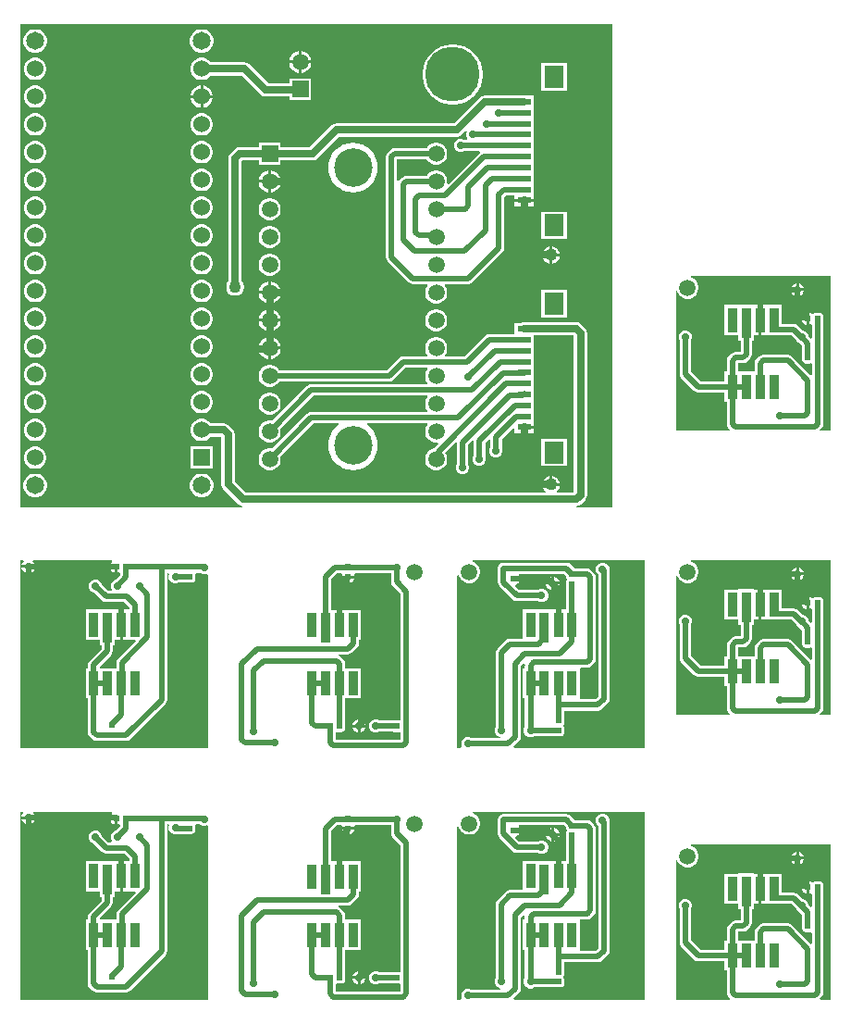
<source format=gbr>
%TF.GenerationSoftware,Altium Limited,Altium Designer,24.3.1 (35)*%
G04 Layer_Physical_Order=1*
G04 Layer_Color=255*
%FSLAX45Y45*%
%MOMM*%
%TF.SameCoordinates,065391E9-2A1D-4ECE-AA0D-878B158C5FC5*%
%TF.FilePolarity,Positive*%
%TF.FileFunction,Copper,L1,Top,Signal*%
%TF.Part,CustomerPanel*%
G01*
G75*
%TA.AperFunction,SMDPad,CuDef*%
%ADD10R,1.80000X2.00000*%
%ADD11R,1.30000X0.60000*%
%TA.AperFunction,Conductor*%
%ADD12C,0.70000*%
%ADD13C,0.50000*%
%TA.AperFunction,SMDPad,CuDef*%
G04:AMPARAMS|DCode=14|XSize=0.55mm|YSize=0.5mm|CornerRadius=0.0625mm|HoleSize=0mm|Usage=FLASHONLY|Rotation=0.000|XOffset=0mm|YOffset=0mm|HoleType=Round|Shape=RoundedRectangle|*
%AMROUNDEDRECTD14*
21,1,0.55000,0.37500,0,0,0.0*
21,1,0.42500,0.50000,0,0,0.0*
1,1,0.12500,0.21250,-0.18750*
1,1,0.12500,-0.21250,-0.18750*
1,1,0.12500,-0.21250,0.18750*
1,1,0.12500,0.21250,0.18750*
%
%ADD14ROUNDEDRECTD14*%
G04:AMPARAMS|DCode=15|XSize=0.55mm|YSize=0.5mm|CornerRadius=0.0625mm|HoleSize=0mm|Usage=FLASHONLY|Rotation=270.000|XOffset=0mm|YOffset=0mm|HoleType=Round|Shape=RoundedRectangle|*
%AMROUNDEDRECTD15*
21,1,0.55000,0.37500,0,0,270.0*
21,1,0.42500,0.50000,0,0,270.0*
1,1,0.12500,-0.18750,-0.21250*
1,1,0.12500,-0.18750,0.21250*
1,1,0.12500,0.18750,0.21250*
1,1,0.12500,0.18750,-0.21250*
%
%ADD15ROUNDEDRECTD15*%
%ADD16R,0.90000X2.25000*%
%ADD17R,0.90000X2.80000*%
%TA.AperFunction,ComponentPad*%
%ADD18C,1.50800*%
%ADD19R,1.50800X1.50800*%
%ADD20C,1.65100*%
%ADD21C,1.52400*%
%ADD22R,1.52400X1.52400*%
%ADD23C,3.51600*%
%ADD24R,1.50800X1.50800*%
%TA.AperFunction,ViaPad*%
%ADD25C,1.10000*%
%ADD26C,5.00000*%
%ADD27C,0.70000*%
%ADD28C,1.50000*%
G36*
X7458809Y5241192D02*
X7365372D01*
X7360511Y5252925D01*
X7376740Y5269154D01*
X7387879Y5285825D01*
X7391791Y5305490D01*
Y5561200D01*
Y5908695D01*
X7391786Y5908721D01*
Y6266800D01*
X7391419Y6268647D01*
Y6288050D01*
X7388962Y6300399D01*
X7381967Y6310869D01*
X7371498Y6317864D01*
X7359149Y6320320D01*
X7321649D01*
X7309299Y6317864D01*
X7304647Y6314755D01*
X7295400Y6311920D01*
X7286153Y6314755D01*
X7281501Y6317864D01*
X7269151Y6320320D01*
X7263101D01*
Y6266800D01*
Y6213280D01*
X7269151D01*
X7276311Y6214705D01*
X7289011Y6206644D01*
Y6091710D01*
X7276311Y6086449D01*
X7254200Y6108561D01*
Y6113714D01*
X7245005Y6135914D01*
X7228014Y6152905D01*
X7205814Y6162100D01*
X7200660D01*
X7159824Y6202936D01*
X7143153Y6214076D01*
X7123488Y6217987D01*
X7010200D01*
Y6392000D01*
X6825500D01*
Y6254100D01*
Y6116200D01*
X6954835D01*
X6959800Y6115213D01*
X7102203D01*
X7137410Y6080006D01*
X7142595Y6067486D01*
X7159586Y6050496D01*
X7172106Y6045310D01*
X7199014Y6018401D01*
Y5911200D01*
X7199381Y5909354D01*
Y5889950D01*
X7201838Y5877601D01*
X7208833Y5867132D01*
X7219302Y5860137D01*
X7231651Y5857680D01*
X7269151D01*
X7276316Y5859106D01*
X7289016Y5851047D01*
Y5754217D01*
X7276316Y5748956D01*
X7103136Y5922136D01*
X7086465Y5933276D01*
X7066800Y5937188D01*
X6842089D01*
X6822424Y5933276D01*
X6805753Y5922136D01*
X6776464Y5892847D01*
X6765324Y5876176D01*
X6761413Y5856511D01*
Y5782400D01*
X6610187D01*
Y5859813D01*
X6656510D01*
X6676176Y5863725D01*
X6692847Y5874864D01*
X6722136Y5904154D01*
X6733276Y5920825D01*
X6737187Y5940490D01*
Y6063300D01*
X6756200D01*
Y6116200D01*
X6800100D01*
Y6254100D01*
Y6392000D01*
X6756200D01*
Y6394100D01*
X6615400D01*
Y6392000D01*
X6488400D01*
Y6116200D01*
X6615400D01*
Y6063300D01*
X6634413D01*
Y5962588D01*
X6588089D01*
X6568424Y5958676D01*
X6551753Y5947536D01*
X6522464Y5918247D01*
X6511324Y5901576D01*
X6507413Y5881911D01*
Y5782400D01*
X6488400D01*
Y5695888D01*
X6266475D01*
X6178387Y5783975D01*
Y6067927D01*
X6187400Y6089686D01*
Y6113714D01*
X6178205Y6135914D01*
X6161214Y6152905D01*
X6139014Y6162100D01*
X6114986D01*
X6092786Y6152905D01*
X6075795Y6135914D01*
X6066600Y6113714D01*
Y6089686D01*
X6075613Y6067927D01*
Y5762690D01*
X6079524Y5743025D01*
X6090664Y5726354D01*
X6208853Y5608164D01*
X6225524Y5597025D01*
X6245189Y5593113D01*
X6488400D01*
Y5506600D01*
X6506310D01*
Y5305490D01*
X6510222Y5285825D01*
X6521361Y5269154D01*
X6537590Y5252925D01*
X6532730Y5241192D01*
X6041191D01*
Y6519095D01*
X6053891Y6520766D01*
X6056442Y6511247D01*
X6069660Y6488353D01*
X6088353Y6469660D01*
X6111247Y6456443D01*
X6136782Y6449601D01*
X6163218D01*
X6188753Y6456443D01*
X6211647Y6469660D01*
X6230340Y6488353D01*
X6243558Y6511247D01*
X6250400Y6536782D01*
Y6563218D01*
X6243558Y6588753D01*
X6230340Y6611647D01*
X6211647Y6630340D01*
X6188753Y6643558D01*
X6179234Y6646109D01*
X6180906Y6658809D01*
X7458809D01*
Y5241192D01*
D02*
G37*
G36*
X5458808Y4541191D02*
X5135051D01*
X5133801Y4553891D01*
X5151462Y4557404D01*
X5171441Y4570754D01*
X5212446Y4611759D01*
X5225795Y4631738D01*
X5230483Y4655305D01*
Y6133998D01*
X5225795Y6157565D01*
X5212446Y6177544D01*
X5171441Y6218549D01*
X5151462Y6231898D01*
X5127895Y6236586D01*
X4652599D01*
X4629032Y6231898D01*
X4626794Y6230403D01*
X4562199D01*
Y6126390D01*
X4330903D01*
X4311238Y6122479D01*
X4294567Y6111339D01*
X4106215Y5922987D01*
X3931633D01*
X3926773Y5934720D01*
X3928760Y5936707D01*
X3942030Y5959693D01*
X3948900Y5985329D01*
Y6011870D01*
X3942030Y6037507D01*
X3928760Y6060492D01*
X3909992Y6079260D01*
X3887007Y6092530D01*
X3861370Y6099400D01*
X3834830D01*
X3809193Y6092530D01*
X3786208Y6079260D01*
X3767440Y6060492D01*
X3754170Y6037507D01*
X3747300Y6011870D01*
Y5985329D01*
X3754170Y5959693D01*
X3767440Y5936707D01*
X3769427Y5934720D01*
X3764567Y5922987D01*
X3543192D01*
X3523527Y5919076D01*
X3506856Y5907936D01*
X3394907Y5795987D01*
X2410825D01*
X2404760Y5806492D01*
X2385992Y5825260D01*
X2363007Y5838530D01*
X2337370Y5845400D01*
X2310830D01*
X2285193Y5838530D01*
X2262208Y5825260D01*
X2243440Y5806492D01*
X2230170Y5783507D01*
X2223300Y5757870D01*
Y5731329D01*
X2230170Y5705693D01*
X2243440Y5682707D01*
X2262208Y5663940D01*
X2285193Y5650669D01*
X2310830Y5643800D01*
X2337370D01*
X2363007Y5650669D01*
X2385992Y5663940D01*
X2404760Y5682707D01*
X2410825Y5693213D01*
X3416192D01*
X3435857Y5697124D01*
X3452528Y5708264D01*
X3564477Y5820213D01*
X3764567D01*
X3769427Y5808479D01*
X3767440Y5806492D01*
X3754170Y5783507D01*
X3747300Y5757870D01*
Y5731329D01*
X3754170Y5705693D01*
X3767440Y5682707D01*
X3770627Y5679521D01*
X3765767Y5667787D01*
X2703900D01*
X2684235Y5663876D01*
X2667564Y5652736D01*
X2349088Y5334260D01*
X2337370Y5337400D01*
X2310830D01*
X2285193Y5330530D01*
X2262208Y5317260D01*
X2243440Y5298492D01*
X2230170Y5275507D01*
X2223300Y5249870D01*
Y5223329D01*
X2230170Y5197693D01*
X2243440Y5174707D01*
X2262208Y5155940D01*
X2285193Y5142669D01*
X2310830Y5135800D01*
X2337370D01*
X2363007Y5142669D01*
X2385992Y5155940D01*
X2404760Y5174707D01*
X2418030Y5197693D01*
X2424900Y5223329D01*
Y5249870D01*
X2421760Y5261588D01*
X2725185Y5565013D01*
X3763367D01*
X3768227Y5553279D01*
X3767440Y5552492D01*
X3754170Y5529507D01*
X3747300Y5503870D01*
Y5477329D01*
X3754170Y5451693D01*
X3767440Y5428707D01*
X3770627Y5425521D01*
X3765767Y5413787D01*
X2703900D01*
X2684235Y5409876D01*
X2667564Y5398736D01*
X2349088Y5080260D01*
X2337370Y5083400D01*
X2310830D01*
X2285193Y5076530D01*
X2262208Y5063260D01*
X2243440Y5044492D01*
X2230170Y5021507D01*
X2223300Y4995870D01*
Y4969329D01*
X2230170Y4943693D01*
X2243440Y4920707D01*
X2262208Y4901940D01*
X2285193Y4888669D01*
X2310830Y4881800D01*
X2337370D01*
X2363007Y4888669D01*
X2385992Y4901940D01*
X2404760Y4920707D01*
X2418030Y4943693D01*
X2424900Y4969329D01*
Y4995870D01*
X2421760Y5007588D01*
X2725185Y5311013D01*
X2956430D01*
X2957957Y5304917D01*
X2958225Y5298313D01*
X2924810Y5270890D01*
X2896443Y5236325D01*
X2875365Y5196889D01*
X2862384Y5154100D01*
X2858002Y5109600D01*
X2862384Y5065100D01*
X2875365Y5022311D01*
X2896443Y4982875D01*
X2924810Y4948310D01*
X2959375Y4919943D01*
X2998811Y4898864D01*
X3041600Y4885884D01*
X3086100Y4881502D01*
X3130600Y4885884D01*
X3173389Y4898864D01*
X3212825Y4919943D01*
X3247390Y4948310D01*
X3275757Y4982875D01*
X3296835Y5022311D01*
X3309816Y5065100D01*
X3314198Y5109600D01*
X3309816Y5154100D01*
X3296835Y5196889D01*
X3275757Y5236325D01*
X3247390Y5270890D01*
X3213975Y5298313D01*
X3214243Y5304917D01*
X3215770Y5311013D01*
X3763367D01*
X3768227Y5299279D01*
X3767440Y5298492D01*
X3754170Y5275507D01*
X3747300Y5249870D01*
Y5223329D01*
X3754170Y5197693D01*
X3767440Y5174707D01*
X3786208Y5155940D01*
X3809193Y5142669D01*
X3834830Y5135800D01*
X3859867D01*
X3865485Y5128674D01*
X3867394Y5125366D01*
X3831051Y5089023D01*
X3825650Y5080940D01*
X3809193Y5076530D01*
X3786208Y5063260D01*
X3767440Y5044492D01*
X3754170Y5021507D01*
X3747300Y4995870D01*
Y4969329D01*
X3754170Y4943693D01*
X3767440Y4920707D01*
X3786208Y4901940D01*
X3809193Y4888669D01*
X3834830Y4881800D01*
X3861370D01*
X3887007Y4888669D01*
X3909992Y4901940D01*
X3928760Y4920707D01*
X3942030Y4943693D01*
X3948900Y4969329D01*
Y4995870D01*
X3942030Y5021507D01*
X3929896Y5042524D01*
X4027392Y5140019D01*
X4038013Y5132680D01*
Y4940173D01*
X4029000Y4918414D01*
Y4894386D01*
X4038195Y4872186D01*
X4055186Y4855195D01*
X4077386Y4846000D01*
X4101414D01*
X4123614Y4855195D01*
X4140605Y4872186D01*
X4149800Y4894386D01*
Y4918414D01*
X4140787Y4940173D01*
Y5113715D01*
X4183619Y5156546D01*
X4194240Y5149206D01*
Y5020458D01*
X4190595Y5016814D01*
X4181400Y4994614D01*
Y4970586D01*
X4190595Y4948386D01*
X4207586Y4931395D01*
X4229786Y4922200D01*
X4253814D01*
X4276014Y4931395D01*
X4293005Y4948386D01*
X4302200Y4970586D01*
Y4994614D01*
X4297014Y5007134D01*
Y5130241D01*
X4334906Y5168134D01*
X4346640Y5163273D01*
Y5096658D01*
X4342995Y5093014D01*
X4333800Y5070814D01*
Y5046786D01*
X4342995Y5024586D01*
X4359986Y5007595D01*
X4382186Y4998400D01*
X4406214D01*
X4428414Y5007595D01*
X4445405Y5024586D01*
X4454600Y5046786D01*
Y5070814D01*
X4449414Y5083334D01*
Y5165418D01*
X4550466Y5266470D01*
X4562199Y5261610D01*
Y5219600D01*
X4639899D01*
Y5275000D01*
X4652599D01*
Y5287700D01*
X4742999D01*
Y5319599D01*
Y5419599D01*
Y5519599D01*
Y5619604D01*
Y5719604D01*
Y5819604D01*
Y5919603D01*
Y6019603D01*
Y6113420D01*
X5102386D01*
X5107317Y6108489D01*
Y4680814D01*
X5102386Y4675883D01*
X4956415D01*
X4952286Y4688583D01*
X4964336Y4700633D01*
X4974921Y4718967D01*
X4979833Y4737300D01*
X4820167D01*
X4825080Y4718967D01*
X4835664Y4700633D01*
X4847714Y4688583D01*
X4843586Y4675883D01*
X2108309D01*
X2004683Y4779509D01*
Y5208996D01*
X1999995Y5232563D01*
X1986646Y5252542D01*
X1945641Y5293547D01*
X1925662Y5306896D01*
X1902095Y5311584D01*
X1783563D01*
X1783100Y5312385D01*
X1764184Y5331301D01*
X1741016Y5344677D01*
X1715176Y5351601D01*
X1688424D01*
X1662584Y5344677D01*
X1639416Y5331301D01*
X1620500Y5312385D01*
X1607124Y5289217D01*
X1600200Y5263377D01*
Y5236625D01*
X1607124Y5210785D01*
X1620500Y5187617D01*
X1639416Y5168701D01*
X1662584Y5155325D01*
X1688424Y5148401D01*
X1715176D01*
X1741016Y5155325D01*
X1764184Y5168701D01*
X1783100Y5187617D01*
X1783563Y5188418D01*
X1876586D01*
X1881517Y5183487D01*
Y4754000D01*
X1886205Y4730433D01*
X1899554Y4710454D01*
X2039254Y4570754D01*
X2059233Y4557404D01*
X2076894Y4553891D01*
X2075644Y4541191D01*
X41191D01*
Y8958808D01*
X5458808D01*
Y4541191D01*
D02*
G37*
G36*
X882729Y4046108D02*
X878628Y4043368D01*
X871633Y4032899D01*
X869176Y4020550D01*
Y4012000D01*
X920196D01*
Y3999300D01*
X932896D01*
Y3945780D01*
X938946D01*
X946111Y3947205D01*
X958811Y3939147D01*
Y3925484D01*
X917545Y3884217D01*
X895786Y3875205D01*
X878795Y3858214D01*
X869600Y3836014D01*
Y3811986D01*
X877776Y3792248D01*
X872440Y3779547D01*
X847125D01*
X790217Y3836455D01*
X781205Y3858214D01*
X764214Y3875205D01*
X742014Y3884400D01*
X717986D01*
X695786Y3875205D01*
X678795Y3858214D01*
X669600Y3836014D01*
Y3811986D01*
X678795Y3789786D01*
X695786Y3772795D01*
X717545Y3763783D01*
X789504Y3691824D01*
X806175Y3680685D01*
X825840Y3676773D01*
X993986D01*
X1040198Y3630561D01*
Y3607128D01*
X979282D01*
Y3469228D01*
Y3331328D01*
X1093196D01*
X1098056Y3319595D01*
X936525Y3158064D01*
X925386Y3141393D01*
X921474Y3121728D01*
Y3072128D01*
X773861D01*
X768600Y3084828D01*
X872921Y3189148D01*
X884060Y3205819D01*
X887972Y3225485D01*
Y3276330D01*
X906984D01*
Y3331328D01*
X953882D01*
Y3469228D01*
Y3607128D01*
X906984D01*
Y3607130D01*
X766185D01*
Y3607128D01*
X641181D01*
Y3331328D01*
X766185D01*
Y3276330D01*
X785197D01*
Y3246770D01*
X675245Y3136817D01*
X664105Y3120146D01*
X660194Y3100481D01*
Y3072128D01*
X641181D01*
Y2796328D01*
X659813D01*
Y2487491D01*
X663724Y2467826D01*
X674864Y2451155D01*
X704153Y2421865D01*
X720824Y2410726D01*
X740490Y2406814D01*
X1009101D01*
X1028767Y2410726D01*
X1045438Y2421865D01*
X1369836Y2746264D01*
X1380976Y2762935D01*
X1384887Y2782600D01*
Y3944611D01*
X1397782D01*
X1404838Y3934052D01*
X1400100Y3922613D01*
Y3898584D01*
X1409295Y3876385D01*
X1426286Y3859394D01*
X1448486Y3850199D01*
X1472514D01*
X1483171Y3854613D01*
X1587498D01*
X1589344Y3854980D01*
X1608748D01*
X1621097Y3857436D01*
X1631566Y3864431D01*
X1638561Y3874901D01*
X1641018Y3887250D01*
Y3924750D01*
X1639593Y3931910D01*
X1647654Y3944610D01*
X1683673D01*
X1690388Y3937895D01*
X1712587Y3928700D01*
X1736616D01*
X1748249Y3933519D01*
X1758809Y3926463D01*
Y2341191D01*
X41191D01*
Y4058808D01*
X67930D01*
X73190Y4046108D01*
X63095Y4036014D01*
X54184Y4014500D01*
X174416D01*
X165505Y4036014D01*
X155410Y4046108D01*
X160670Y4058808D01*
X878877D01*
X882729Y4046108D01*
D02*
G37*
G36*
X3434513Y3862100D02*
X3438424Y3842435D01*
X3449564Y3825764D01*
X3523611Y3751716D01*
Y2601457D01*
X3510911Y2593396D01*
X3503751Y2594820D01*
X3466251D01*
X3455530Y2592687D01*
X3329173D01*
X3307414Y2601700D01*
X3283386D01*
X3261186Y2592505D01*
X3244195Y2575514D01*
X3235000Y2553314D01*
Y2529286D01*
X3244195Y2507086D01*
X3261186Y2490095D01*
X3283386Y2480900D01*
X3307414D01*
X3329173Y2489913D01*
X3455530D01*
X3466251Y2487780D01*
X3503751D01*
X3510911Y2489204D01*
X3523611Y2481143D01*
Y2416787D01*
X2926589D01*
Y2481144D01*
X2939289Y2489205D01*
X2946450Y2487780D01*
X2983950D01*
X2996299Y2490237D01*
X3006768Y2497232D01*
X3013764Y2507701D01*
X3016220Y2520050D01*
Y2539453D01*
X3016587Y2541300D01*
Y2794626D01*
X3160283D01*
Y3070426D01*
X3016272D01*
Y3108910D01*
X3012361Y3128576D01*
X3001221Y3145247D01*
X2971932Y3174536D01*
X2955261Y3185676D01*
X2957189Y3198241D01*
X3038528D01*
X3058194Y3202153D01*
X3074865Y3213292D01*
X3126220Y3264647D01*
X3137359Y3281318D01*
X3141271Y3300983D01*
Y3329626D01*
X3160283D01*
Y3605426D01*
X2977585D01*
Y3467526D01*
X2952185D01*
Y3605426D01*
X2905283D01*
Y3605428D01*
X2886270D01*
Y3884408D01*
X2940677Y3938815D01*
X2977729D01*
X2988152Y3926115D01*
X2987880Y3924751D01*
Y3918701D01*
X3094920D01*
Y3924751D01*
X3094649Y3926115D01*
X3105071Y3938815D01*
X3434513D01*
Y3862100D01*
D02*
G37*
G36*
X7458809Y2641192D02*
X7365372D01*
X7360511Y2652925D01*
X7376740Y2669153D01*
X7387879Y2685824D01*
X7391791Y2705490D01*
Y2961200D01*
Y3308695D01*
X7391786Y3308721D01*
Y3666800D01*
X7391419Y3668647D01*
Y3688050D01*
X7388962Y3700399D01*
X7381967Y3710868D01*
X7371498Y3717864D01*
X7359149Y3720320D01*
X7321649D01*
X7309299Y3717864D01*
X7304647Y3714755D01*
X7295400Y3711920D01*
X7286153Y3714755D01*
X7281501Y3717864D01*
X7269151Y3720320D01*
X7263101D01*
Y3666800D01*
Y3613280D01*
X7269151D01*
X7276311Y3614704D01*
X7289011Y3606644D01*
Y3491710D01*
X7276311Y3486449D01*
X7254200Y3508560D01*
Y3513714D01*
X7245005Y3535914D01*
X7228014Y3552905D01*
X7205814Y3562100D01*
X7200660D01*
X7159824Y3602936D01*
X7143153Y3614076D01*
X7123488Y3617987D01*
X7010200D01*
Y3792000D01*
X6825500D01*
Y3654100D01*
Y3516200D01*
X6954835D01*
X6959800Y3515213D01*
X7102203D01*
X7137410Y3480006D01*
X7142595Y3467486D01*
X7159586Y3450496D01*
X7172106Y3445310D01*
X7199014Y3418401D01*
Y3311200D01*
X7199381Y3309354D01*
Y3289950D01*
X7201838Y3277601D01*
X7208833Y3267132D01*
X7219302Y3260137D01*
X7231651Y3257680D01*
X7269151D01*
X7276316Y3259105D01*
X7289016Y3251047D01*
Y3154217D01*
X7276316Y3148956D01*
X7103136Y3322136D01*
X7086465Y3333276D01*
X7066800Y3337187D01*
X6842089D01*
X6822424Y3333276D01*
X6805753Y3322136D01*
X6776464Y3292847D01*
X6765324Y3276176D01*
X6761413Y3256511D01*
Y3182400D01*
X6610187D01*
Y3259813D01*
X6656510D01*
X6676176Y3263724D01*
X6692847Y3274864D01*
X6722136Y3304153D01*
X6733276Y3320824D01*
X6737187Y3340490D01*
Y3463300D01*
X6756200D01*
Y3516200D01*
X6800100D01*
Y3654100D01*
Y3792000D01*
X6756200D01*
Y3794100D01*
X6615400D01*
Y3792000D01*
X6488400D01*
Y3516200D01*
X6615400D01*
Y3463300D01*
X6634413D01*
Y3362587D01*
X6588089D01*
X6568424Y3358676D01*
X6551753Y3347536D01*
X6522464Y3318247D01*
X6511324Y3301576D01*
X6507413Y3281911D01*
Y3182400D01*
X6488400D01*
Y3095887D01*
X6266475D01*
X6178387Y3183975D01*
Y3467927D01*
X6187400Y3489686D01*
Y3513714D01*
X6178205Y3535914D01*
X6161214Y3552905D01*
X6139014Y3562100D01*
X6114986D01*
X6092786Y3552905D01*
X6075795Y3535914D01*
X6066600Y3513714D01*
Y3489686D01*
X6075613Y3467927D01*
Y3162690D01*
X6079524Y3143024D01*
X6090664Y3126353D01*
X6208853Y3008164D01*
X6225524Y2997024D01*
X6245189Y2993113D01*
X6488400D01*
Y2906600D01*
X6506310D01*
Y2705490D01*
X6510222Y2685824D01*
X6521361Y2669153D01*
X6537590Y2652925D01*
X6532730Y2641192D01*
X6041191D01*
Y3919095D01*
X6053891Y3920766D01*
X6056442Y3911247D01*
X6069660Y3888353D01*
X6088353Y3869660D01*
X6111247Y3856442D01*
X6136782Y3849600D01*
X6163218D01*
X6188753Y3856442D01*
X6211647Y3869660D01*
X6230340Y3888353D01*
X6243558Y3911247D01*
X6250400Y3936782D01*
Y3963218D01*
X6243558Y3988753D01*
X6230340Y4011647D01*
X6211647Y4030340D01*
X6188753Y4043558D01*
X6179234Y4046109D01*
X6180906Y4058809D01*
X7458809D01*
Y2641192D01*
D02*
G37*
G36*
X5758808Y2341191D02*
X4561084D01*
X4555824Y2353891D01*
X4607836Y2405904D01*
X4618976Y2422575D01*
X4622887Y2442240D01*
Y3091515D01*
X4648889Y3117516D01*
X4651458Y3117099D01*
X4661488Y3102716D01*
X4660194Y3096210D01*
Y3072128D01*
X4641181D01*
Y2796328D01*
X4660213D01*
Y2536973D01*
X4651200Y2515214D01*
Y2491186D01*
X4660395Y2468986D01*
X4677386Y2451995D01*
X4699586Y2442800D01*
X4723614D01*
X4745373Y2451813D01*
X4966600D01*
X4968447Y2452180D01*
X4987850D01*
X5000199Y2454636D01*
X5010668Y2461632D01*
X5017663Y2472101D01*
X5020120Y2484450D01*
Y2521950D01*
X5017663Y2534299D01*
X5010668Y2544768D01*
Y2551629D01*
X5017663Y2562098D01*
X5020120Y2574447D01*
Y2611947D01*
X5017969Y2622760D01*
Y2682953D01*
X5328420D01*
X5348085Y2686864D01*
X5364756Y2698004D01*
X5420636Y2753884D01*
X5431776Y2770555D01*
X5435687Y2790220D01*
Y3963700D01*
X5432000Y3982238D01*
Y3988414D01*
X5422804Y4010614D01*
X5405814Y4027605D01*
X5383614Y4036800D01*
X5359586D01*
X5337386Y4027605D01*
X5320395Y4010614D01*
X5311200Y3988414D01*
Y3964386D01*
X5320395Y3942186D01*
X5332913Y3929669D01*
Y2811505D01*
X5307135Y2785727D01*
X5167053D01*
X5161985Y2796328D01*
Y3072127D01*
X5173863Y3074113D01*
X5228010D01*
X5247676Y3078024D01*
X5264347Y3089164D01*
X5293636Y3118453D01*
X5304776Y3135124D01*
X5308687Y3154789D01*
Y3903209D01*
X5304776Y3922874D01*
X5293636Y3939545D01*
X5264347Y3968835D01*
X5247676Y3979974D01*
X5228010Y3983886D01*
X5113485D01*
X5075826Y4021545D01*
X5059155Y4032684D01*
X5039490Y4036596D01*
X4463001D01*
X4443336Y4032684D01*
X4426665Y4021545D01*
X4415526Y4004874D01*
X4411614Y3985209D01*
Y3857381D01*
X4415526Y3837715D01*
X4426665Y3821044D01*
X4548946Y3698764D01*
X4565617Y3687624D01*
X4585282Y3683713D01*
X4779027D01*
X4800786Y3674700D01*
X4824814D01*
X4847014Y3683895D01*
X4864004Y3700886D01*
X4873200Y3723086D01*
Y3747114D01*
X4864004Y3769314D01*
X4847014Y3786305D01*
X4824814Y3795500D01*
X4800786D01*
X4779027Y3786487D01*
X4606567D01*
X4570861Y3822194D01*
X4576158Y3834857D01*
X4584098Y3836437D01*
X4594567Y3843432D01*
X4601562Y3853901D01*
X4604018Y3866250D01*
Y3874800D01*
X4552999D01*
Y3900200D01*
X4604018D01*
Y3908750D01*
X4601562Y3921099D01*
X4601547Y3921121D01*
X4608336Y3933821D01*
X5018205D01*
X5038780Y3913246D01*
X5041136Y3901399D01*
X5048132Y3890930D01*
Y3884069D01*
X5041136Y3873601D01*
X5038680Y3861251D01*
Y3823751D01*
X5040198Y3816120D01*
Y3607128D01*
X4979282D01*
Y3469228D01*
X4953882D01*
Y3607128D01*
X4906984D01*
Y3607130D01*
X4766185D01*
Y3607128D01*
X4641181D01*
Y3341987D01*
X4522691D01*
X4503026Y3338076D01*
X4486355Y3326936D01*
X4408164Y3248745D01*
X4397024Y3232074D01*
X4393113Y3212409D01*
Y2536973D01*
X4384100Y2515214D01*
Y2491186D01*
X4393295Y2468986D01*
X4410286Y2451995D01*
X4432485Y2442800D01*
X4432420Y2430127D01*
X4172675D01*
X4150917Y2439140D01*
X4126888D01*
X4104689Y2429945D01*
X4087698Y2412954D01*
X4078502Y2390754D01*
Y2366726D01*
X4083818Y2353892D01*
X4075332Y2341191D01*
X4041191D01*
Y3919094D01*
X4053891Y3920766D01*
X4056442Y3911247D01*
X4069660Y3888353D01*
X4088353Y3869660D01*
X4111247Y3856442D01*
X4136782Y3849600D01*
X4163218D01*
X4188753Y3856442D01*
X4211647Y3869660D01*
X4230340Y3888353D01*
X4243558Y3911247D01*
X4250400Y3936782D01*
Y3963218D01*
X4243558Y3988753D01*
X4230340Y4011647D01*
X4211647Y4030340D01*
X4188753Y4043558D01*
X4179234Y4046108D01*
X4180906Y4058808D01*
X5758808D01*
Y2341191D01*
D02*
G37*
G36*
X882729Y1746109D02*
X878628Y1743368D01*
X871633Y1732899D01*
X869176Y1720550D01*
Y1712000D01*
X920196D01*
Y1699300D01*
X932896D01*
Y1645780D01*
X938946D01*
X946111Y1647205D01*
X958811Y1639147D01*
Y1625484D01*
X917545Y1584217D01*
X895786Y1575205D01*
X878795Y1558214D01*
X869600Y1536014D01*
Y1511986D01*
X877776Y1492248D01*
X872440Y1479547D01*
X847125D01*
X790217Y1536455D01*
X781205Y1558214D01*
X764214Y1575205D01*
X742014Y1584400D01*
X717986D01*
X695786Y1575205D01*
X678795Y1558214D01*
X669600Y1536014D01*
Y1511986D01*
X678795Y1489786D01*
X695786Y1472795D01*
X717545Y1463783D01*
X789504Y1391824D01*
X806175Y1380685D01*
X825840Y1376773D01*
X993986D01*
X1040198Y1330561D01*
Y1307128D01*
X979282D01*
Y1169228D01*
Y1031328D01*
X1093196D01*
X1098056Y1019595D01*
X936525Y858064D01*
X925386Y841393D01*
X921474Y821728D01*
Y772128D01*
X773861D01*
X768600Y784828D01*
X872921Y889148D01*
X884060Y905819D01*
X887972Y925485D01*
Y976330D01*
X906984D01*
Y1031328D01*
X953882D01*
Y1169228D01*
Y1307128D01*
X906984D01*
Y1307130D01*
X766185D01*
Y1307128D01*
X641181D01*
Y1031328D01*
X766185D01*
Y976330D01*
X785197D01*
Y946770D01*
X675245Y836817D01*
X664105Y820146D01*
X660194Y800481D01*
Y772128D01*
X641181D01*
Y496328D01*
X659813D01*
Y187491D01*
X663724Y167826D01*
X674864Y151155D01*
X704153Y121865D01*
X720824Y110726D01*
X740490Y106814D01*
X1009101D01*
X1028767Y110726D01*
X1045438Y121865D01*
X1369836Y446264D01*
X1380976Y462935D01*
X1384887Y482600D01*
Y1644611D01*
X1397782D01*
X1404838Y1634052D01*
X1400100Y1622613D01*
Y1598584D01*
X1409295Y1576385D01*
X1426286Y1559394D01*
X1448486Y1550199D01*
X1472514D01*
X1483171Y1554613D01*
X1587498D01*
X1589344Y1554980D01*
X1608748D01*
X1621097Y1557436D01*
X1631566Y1564431D01*
X1638561Y1574901D01*
X1641018Y1587250D01*
Y1624750D01*
X1639593Y1631910D01*
X1647654Y1644610D01*
X1683673D01*
X1690388Y1637895D01*
X1712587Y1628700D01*
X1736616D01*
X1748249Y1633519D01*
X1758809Y1626463D01*
Y41191D01*
X41191D01*
Y1758809D01*
X67930D01*
X73190Y1746109D01*
X63095Y1736014D01*
X54184Y1714500D01*
X174416D01*
X165505Y1736014D01*
X155410Y1746109D01*
X160670Y1758809D01*
X878877D01*
X882729Y1746109D01*
D02*
G37*
G36*
X3434513Y1562100D02*
X3438424Y1542435D01*
X3449564Y1525764D01*
X3523611Y1451716D01*
Y301457D01*
X3510911Y293396D01*
X3503751Y294820D01*
X3466251D01*
X3455530Y292687D01*
X3329173D01*
X3307414Y301700D01*
X3283386D01*
X3261186Y292505D01*
X3244195Y275514D01*
X3235000Y253314D01*
Y229286D01*
X3244195Y207086D01*
X3261186Y190095D01*
X3283386Y180900D01*
X3307414D01*
X3329173Y189913D01*
X3455530D01*
X3466251Y187780D01*
X3503751D01*
X3510911Y189204D01*
X3523611Y181143D01*
Y116787D01*
X2926589D01*
Y181144D01*
X2939289Y189205D01*
X2946450Y187780D01*
X2983950D01*
X2996299Y190237D01*
X3006768Y197232D01*
X3013764Y207701D01*
X3016220Y220050D01*
Y239453D01*
X3016587Y241300D01*
Y494626D01*
X3160283D01*
Y770426D01*
X3016272D01*
Y808910D01*
X3012361Y828576D01*
X3001221Y845247D01*
X2971932Y874536D01*
X2955261Y885676D01*
X2957189Y898241D01*
X3038528D01*
X3058194Y902153D01*
X3074865Y913292D01*
X3126220Y964647D01*
X3137359Y981318D01*
X3141271Y1000984D01*
Y1029626D01*
X3160283D01*
Y1305426D01*
X2977585D01*
Y1167526D01*
X2952185D01*
Y1305426D01*
X2905283D01*
Y1305428D01*
X2886270D01*
Y1584408D01*
X2940677Y1638815D01*
X2977729D01*
X2988152Y1626115D01*
X2987880Y1624751D01*
Y1618701D01*
X3094920D01*
Y1624751D01*
X3094649Y1626115D01*
X3105071Y1638815D01*
X3434513D01*
Y1562100D01*
D02*
G37*
G36*
X7458809Y41191D02*
X7365372D01*
X7360511Y52925D01*
X7376740Y69153D01*
X7387879Y85824D01*
X7391791Y105490D01*
Y361200D01*
Y708695D01*
X7391786Y708720D01*
Y1066800D01*
X7391419Y1068647D01*
Y1088050D01*
X7388962Y1100399D01*
X7381967Y1110868D01*
X7371498Y1117863D01*
X7359149Y1120320D01*
X7321649D01*
X7309299Y1117863D01*
X7304647Y1114755D01*
X7295400Y1111920D01*
X7286153Y1114755D01*
X7281501Y1117863D01*
X7269151Y1120320D01*
X7263101D01*
Y1066800D01*
Y1013280D01*
X7269151D01*
X7276311Y1014704D01*
X7289011Y1006643D01*
Y891709D01*
X7276311Y886449D01*
X7254200Y908560D01*
Y913714D01*
X7245005Y935914D01*
X7228014Y952905D01*
X7205814Y962100D01*
X7200660D01*
X7159824Y1002936D01*
X7143153Y1014075D01*
X7123488Y1017987D01*
X7010200D01*
Y1192000D01*
X6825500D01*
Y1054100D01*
Y916200D01*
X6954835D01*
X6959800Y915213D01*
X7102203D01*
X7137410Y880006D01*
X7142595Y867486D01*
X7159586Y850495D01*
X7172106Y845310D01*
X7199014Y818401D01*
Y711200D01*
X7199381Y709353D01*
Y689950D01*
X7201838Y677601D01*
X7208833Y667132D01*
X7219302Y660137D01*
X7231651Y657680D01*
X7269151D01*
X7276316Y659105D01*
X7289016Y651047D01*
Y554217D01*
X7276316Y548956D01*
X7103136Y722136D01*
X7086465Y733276D01*
X7066800Y737187D01*
X6842089D01*
X6822424Y733276D01*
X6805753Y722136D01*
X6776464Y692847D01*
X6765324Y676176D01*
X6761413Y656510D01*
Y582400D01*
X6610187D01*
Y659813D01*
X6656510D01*
X6676176Y663724D01*
X6692847Y674864D01*
X6722136Y704153D01*
X6733276Y720824D01*
X6737187Y740490D01*
Y863300D01*
X6756200D01*
Y916200D01*
X6800100D01*
Y1054100D01*
Y1192000D01*
X6756200D01*
Y1194100D01*
X6615400D01*
Y1192000D01*
X6488400D01*
Y916200D01*
X6615400D01*
Y863300D01*
X6634413D01*
Y762587D01*
X6588089D01*
X6568424Y758676D01*
X6551753Y747536D01*
X6522464Y718247D01*
X6511324Y701576D01*
X6507413Y681910D01*
Y582400D01*
X6488400D01*
Y495887D01*
X6266475D01*
X6178387Y583975D01*
Y867927D01*
X6187400Y889686D01*
Y913714D01*
X6178205Y935914D01*
X6161214Y952905D01*
X6139014Y962100D01*
X6114986D01*
X6092786Y952905D01*
X6075795Y935914D01*
X6066600Y913714D01*
Y889686D01*
X6075613Y867927D01*
Y562690D01*
X6079524Y543024D01*
X6090664Y526353D01*
X6208853Y408164D01*
X6225524Y397024D01*
X6245189Y393113D01*
X6488400D01*
Y306600D01*
X6506310D01*
Y105490D01*
X6510222Y85824D01*
X6521361Y69153D01*
X6537590Y52925D01*
X6532730Y41191D01*
X6041191D01*
Y1319094D01*
X6053891Y1320766D01*
X6056442Y1311247D01*
X6069660Y1288353D01*
X6088353Y1269660D01*
X6111247Y1256442D01*
X6136782Y1249600D01*
X6163218D01*
X6188753Y1256442D01*
X6211647Y1269660D01*
X6230340Y1288353D01*
X6243558Y1311247D01*
X6250400Y1336782D01*
Y1363218D01*
X6243558Y1388753D01*
X6230340Y1411647D01*
X6211647Y1430340D01*
X6188753Y1443558D01*
X6179234Y1446109D01*
X6180906Y1458809D01*
X7458809D01*
Y41191D01*
D02*
G37*
G36*
X5758808D02*
X4561084D01*
X4555824Y53891D01*
X4607836Y105904D01*
X4618976Y122575D01*
X4622887Y142240D01*
Y791515D01*
X4648889Y817517D01*
X4651458Y817099D01*
X4661488Y802716D01*
X4660194Y796210D01*
Y772128D01*
X4641181D01*
Y496328D01*
X4660213D01*
Y236973D01*
X4651200Y215214D01*
Y191186D01*
X4660395Y168986D01*
X4677386Y151995D01*
X4699586Y142800D01*
X4723614D01*
X4745373Y151813D01*
X4966600D01*
X4968447Y152180D01*
X4987850D01*
X5000199Y154636D01*
X5010668Y161632D01*
X5017663Y172101D01*
X5020120Y184450D01*
Y221950D01*
X5017663Y234299D01*
X5010668Y244768D01*
Y251629D01*
X5017663Y262098D01*
X5020120Y274447D01*
Y311947D01*
X5017969Y322760D01*
Y382953D01*
X5328420D01*
X5348085Y386864D01*
X5364756Y398004D01*
X5420636Y453884D01*
X5431776Y470555D01*
X5435687Y490220D01*
Y1663700D01*
X5432000Y1682238D01*
Y1688414D01*
X5422804Y1710614D01*
X5405814Y1727605D01*
X5383614Y1736800D01*
X5359586D01*
X5337386Y1727605D01*
X5320395Y1710614D01*
X5311200Y1688414D01*
Y1664386D01*
X5320395Y1642186D01*
X5332913Y1629669D01*
Y511505D01*
X5307135Y485727D01*
X5167053D01*
X5161985Y496328D01*
Y772127D01*
X5173863Y774113D01*
X5228010D01*
X5247676Y778024D01*
X5264347Y789164D01*
X5293636Y818453D01*
X5304776Y835124D01*
X5308687Y854790D01*
Y1603209D01*
X5304776Y1622874D01*
X5293636Y1639545D01*
X5264347Y1668835D01*
X5247676Y1679974D01*
X5228010Y1683886D01*
X5113485D01*
X5075826Y1721545D01*
X5059155Y1732684D01*
X5039490Y1736596D01*
X4463001D01*
X4443336Y1732684D01*
X4426665Y1721545D01*
X4415526Y1704874D01*
X4411614Y1685209D01*
Y1557381D01*
X4415526Y1537715D01*
X4426665Y1521044D01*
X4548946Y1398764D01*
X4565617Y1387624D01*
X4585282Y1383713D01*
X4779027D01*
X4800786Y1374700D01*
X4824814D01*
X4847014Y1383895D01*
X4864004Y1400886D01*
X4873200Y1423086D01*
Y1447114D01*
X4864004Y1469314D01*
X4847014Y1486305D01*
X4824814Y1495500D01*
X4800786D01*
X4779027Y1486487D01*
X4606567D01*
X4570861Y1522194D01*
X4576158Y1534857D01*
X4584098Y1536437D01*
X4594567Y1543432D01*
X4601562Y1553901D01*
X4604018Y1566250D01*
Y1574800D01*
X4552999D01*
Y1600200D01*
X4604018D01*
Y1608750D01*
X4601562Y1621099D01*
X4601547Y1621121D01*
X4608336Y1633821D01*
X5018205D01*
X5038780Y1613246D01*
X5041136Y1601399D01*
X5048132Y1590931D01*
Y1584069D01*
X5041136Y1573601D01*
X5038680Y1561251D01*
Y1523751D01*
X5040198Y1516120D01*
Y1307128D01*
X4979282D01*
Y1169228D01*
X4953882D01*
Y1307128D01*
X4906984D01*
Y1307130D01*
X4766185D01*
Y1307128D01*
X4641181D01*
Y1041987D01*
X4522691D01*
X4503026Y1038076D01*
X4486355Y1026936D01*
X4408164Y948745D01*
X4397024Y932074D01*
X4393113Y912409D01*
Y236973D01*
X4384100Y215214D01*
Y191186D01*
X4393295Y168986D01*
X4410286Y151995D01*
X4432485Y142800D01*
X4432420Y130127D01*
X4172675D01*
X4150917Y139140D01*
X4126888D01*
X4104689Y129945D01*
X4087698Y112954D01*
X4078502Y90754D01*
Y66726D01*
X4083818Y53892D01*
X4075332Y41191D01*
X4041191D01*
Y1619094D01*
X4053891Y1620766D01*
X4056442Y1611247D01*
X4069660Y1588353D01*
X4088353Y1569660D01*
X4111247Y1556442D01*
X4136782Y1549600D01*
X4163218D01*
X4188753Y1556442D01*
X4211647Y1569660D01*
X4230340Y1588353D01*
X4243558Y1611247D01*
X4250400Y1636782D01*
Y1663218D01*
X4243558Y1688753D01*
X4230340Y1711647D01*
X4211647Y1730340D01*
X4188753Y1743558D01*
X4179234Y1746109D01*
X4180906Y1758809D01*
X5758808D01*
Y41191D01*
D02*
G37*
%LPC*%
G36*
X7168400Y6593616D02*
Y6546200D01*
X7215816D01*
X7206905Y6567714D01*
X7189914Y6584705D01*
X7168400Y6593616D01*
D02*
G37*
G36*
X7143000D02*
X7121486Y6584705D01*
X7104495Y6567714D01*
X7095584Y6546200D01*
X7143000D01*
Y6593616D01*
D02*
G37*
G36*
X7215816Y6520800D02*
X7168400D01*
Y6473384D01*
X7189914Y6482296D01*
X7206905Y6499286D01*
X7215816Y6520800D01*
D02*
G37*
G36*
X7143000D02*
X7095584D01*
X7104495Y6499286D01*
X7121486Y6482296D01*
X7143000Y6473384D01*
Y6520800D01*
D02*
G37*
G36*
X7237701Y6320320D02*
X7231651D01*
X7219302Y6317864D01*
X7208833Y6310869D01*
X7201838Y6300399D01*
X7199381Y6288050D01*
Y6279500D01*
X7237701D01*
Y6320320D01*
D02*
G37*
G36*
Y6254100D02*
X7199381D01*
Y6245550D01*
X7201838Y6233201D01*
X7208833Y6222732D01*
X7219302Y6215737D01*
X7231651Y6213280D01*
X7237701D01*
Y6254100D01*
D02*
G37*
G36*
X1716012Y8913951D02*
X1687588D01*
X1660133Y8906594D01*
X1635517Y8892382D01*
X1615419Y8872284D01*
X1601207Y8847668D01*
X1593850Y8820213D01*
Y8791789D01*
X1601207Y8764334D01*
X1615419Y8739718D01*
X1635517Y8719620D01*
X1660133Y8705408D01*
X1687588Y8698051D01*
X1716012D01*
X1743467Y8705408D01*
X1768083Y8719620D01*
X1788181Y8739718D01*
X1802393Y8764334D01*
X1809750Y8791789D01*
Y8820213D01*
X1802393Y8847668D01*
X1788181Y8872284D01*
X1768083Y8892382D01*
X1743467Y8906594D01*
X1716012Y8913951D01*
D02*
G37*
G36*
X192012D02*
X163588D01*
X136133Y8906594D01*
X111517Y8892382D01*
X91419Y8872284D01*
X77207Y8847668D01*
X69850Y8820213D01*
Y8791789D01*
X77207Y8764334D01*
X91419Y8739718D01*
X111517Y8719620D01*
X136133Y8705408D01*
X163588Y8698051D01*
X192012D01*
X219467Y8705408D01*
X244083Y8719620D01*
X264181Y8739718D01*
X278393Y8764334D01*
X285750Y8791789D01*
Y8820213D01*
X278393Y8847668D01*
X264181Y8872284D01*
X244083Y8892382D01*
X219467Y8906594D01*
X192012Y8913951D01*
D02*
G37*
G36*
X2616770Y8715600D02*
X2616200D01*
Y8627500D01*
X2704300D01*
Y8628070D01*
X2697430Y8653707D01*
X2684160Y8676692D01*
X2665392Y8695460D01*
X2642407Y8708730D01*
X2616770Y8715600D01*
D02*
G37*
G36*
X2590800D02*
X2590230D01*
X2564593Y8708730D01*
X2541608Y8695460D01*
X2522840Y8676692D01*
X2509570Y8653707D01*
X2502700Y8628070D01*
Y8627500D01*
X2590800D01*
Y8715600D01*
D02*
G37*
G36*
X2704300Y8602100D02*
X2616200D01*
Y8514000D01*
X2616770D01*
X2642407Y8520869D01*
X2665392Y8534140D01*
X2684160Y8552907D01*
X2697430Y8575893D01*
X2704300Y8601529D01*
Y8602100D01*
D02*
G37*
G36*
X2590800D02*
X2502700D01*
Y8601529D01*
X2509570Y8575893D01*
X2522840Y8552907D01*
X2541608Y8534140D01*
X2564593Y8520869D01*
X2590230Y8514000D01*
X2590800D01*
Y8602100D01*
D02*
G37*
G36*
X191176Y8653601D02*
X164424D01*
X138584Y8646677D01*
X115416Y8633301D01*
X96500Y8614385D01*
X83124Y8591217D01*
X76200Y8565377D01*
Y8538625D01*
X83124Y8512785D01*
X96500Y8489617D01*
X115416Y8470701D01*
X138584Y8457325D01*
X164424Y8450401D01*
X191176D01*
X217016Y8457325D01*
X240184Y8470701D01*
X259100Y8489617D01*
X272476Y8512785D01*
X279400Y8538625D01*
Y8565377D01*
X272476Y8591217D01*
X259100Y8614385D01*
X240184Y8633301D01*
X217016Y8646677D01*
X191176Y8653601D01*
D02*
G37*
G36*
X5043000Y8605399D02*
X4812200D01*
Y8354598D01*
X5043000D01*
Y8605399D01*
D02*
G37*
G36*
X1715176Y8399601D02*
X1714500D01*
Y8310701D01*
X1803400D01*
Y8311377D01*
X1796476Y8337217D01*
X1783100Y8360385D01*
X1764184Y8379301D01*
X1741016Y8392677D01*
X1715176Y8399601D01*
D02*
G37*
G36*
X1689100D02*
X1688424D01*
X1662584Y8392677D01*
X1639416Y8379301D01*
X1620500Y8360385D01*
X1607124Y8337217D01*
X1600200Y8311377D01*
Y8310701D01*
X1689100D01*
Y8399601D01*
D02*
G37*
G36*
X1715176Y8653601D02*
X1688424D01*
X1662584Y8646677D01*
X1639416Y8633301D01*
X1620500Y8614385D01*
X1607124Y8591217D01*
X1600200Y8565377D01*
Y8538625D01*
X1607124Y8512785D01*
X1620500Y8489617D01*
X1639416Y8470701D01*
X1662584Y8457325D01*
X1688424Y8450401D01*
X1715176D01*
X1741016Y8457325D01*
X1764184Y8470701D01*
X1783100Y8489617D01*
X1783563Y8490418D01*
X2069291D01*
X2242454Y8317254D01*
X2262433Y8303904D01*
X2286000Y8299217D01*
X2502700D01*
Y8264000D01*
X2704300D01*
Y8465600D01*
X2502700D01*
Y8422383D01*
X2311509D01*
X2138345Y8595547D01*
X2118366Y8608896D01*
X2094799Y8613584D01*
X1783563D01*
X1783100Y8614385D01*
X1764184Y8633301D01*
X1741016Y8646677D01*
X1715176Y8653601D01*
D02*
G37*
G36*
X4021674Y8775400D02*
X3978325D01*
X3935510Y8768618D01*
X3894283Y8755223D01*
X3855659Y8735543D01*
X3820589Y8710063D01*
X3789937Y8679411D01*
X3764457Y8644341D01*
X3744777Y8605717D01*
X3731381Y8564489D01*
X3724600Y8521674D01*
Y8478325D01*
X3731381Y8435510D01*
X3744777Y8394283D01*
X3764457Y8355659D01*
X3789937Y8320589D01*
X3820589Y8289936D01*
X3855659Y8264456D01*
X3894283Y8244777D01*
X3935510Y8231381D01*
X3978325Y8224600D01*
X4021674D01*
X4064489Y8231381D01*
X4105717Y8244777D01*
X4144341Y8264456D01*
X4179411Y8289936D01*
X4210063Y8320589D01*
X4235543Y8355659D01*
X4255223Y8394283D01*
X4268619Y8435510D01*
X4275400Y8478325D01*
Y8521674D01*
X4268619Y8564489D01*
X4255223Y8605717D01*
X4235543Y8644341D01*
X4210063Y8679411D01*
X4179411Y8710063D01*
X4144341Y8735543D01*
X4105717Y8755223D01*
X4064489Y8768618D01*
X4021674Y8775400D01*
D02*
G37*
G36*
X1803400Y8285301D02*
X1714500D01*
Y8196401D01*
X1715176D01*
X1741016Y8203325D01*
X1764184Y8216701D01*
X1783100Y8235617D01*
X1796476Y8258785D01*
X1803400Y8284625D01*
Y8285301D01*
D02*
G37*
G36*
X1689100D02*
X1600200D01*
Y8284625D01*
X1607124Y8258785D01*
X1620500Y8235617D01*
X1639416Y8216701D01*
X1662584Y8203325D01*
X1688424Y8196401D01*
X1689100D01*
Y8285301D01*
D02*
G37*
G36*
X191176Y8399601D02*
X164424D01*
X138584Y8392677D01*
X115416Y8379301D01*
X96500Y8360385D01*
X83124Y8337217D01*
X76200Y8311377D01*
Y8284625D01*
X83124Y8258785D01*
X96500Y8235617D01*
X115416Y8216701D01*
X138584Y8203325D01*
X164424Y8196401D01*
X191176D01*
X217016Y8203325D01*
X240184Y8216701D01*
X259100Y8235617D01*
X272476Y8258785D01*
X279400Y8284625D01*
Y8311377D01*
X272476Y8337217D01*
X259100Y8360385D01*
X240184Y8379301D01*
X217016Y8392677D01*
X191176Y8399601D01*
D02*
G37*
G36*
X4648200Y8307783D02*
X4292300Y8307783D01*
X4268733Y8303095D01*
X4248754Y8289746D01*
X4013091Y8054083D01*
X2933701D01*
X2933700Y8054083D01*
X2910133Y8049395D01*
X2890154Y8036046D01*
X2692291Y7838183D01*
X2424900D01*
Y7877400D01*
X2223300D01*
Y7838183D01*
X2047605D01*
X2024038Y7833495D01*
X2004059Y7820146D01*
X1963054Y7779141D01*
X1949705Y7759162D01*
X1945017Y7735595D01*
Y6609519D01*
X1942264Y6606767D01*
X1931679Y6588433D01*
X1926200Y6567985D01*
Y6546815D01*
X1931679Y6526367D01*
X1942264Y6508033D01*
X1957233Y6493064D01*
X1975567Y6482479D01*
X1996015Y6477000D01*
X2017185D01*
X2037633Y6482479D01*
X2055967Y6493064D01*
X2070936Y6508033D01*
X2081521Y6526367D01*
X2087000Y6546815D01*
Y6567985D01*
X2081521Y6588433D01*
X2070936Y6606767D01*
X2068183Y6609519D01*
Y7710086D01*
X2073114Y7715017D01*
X2223300D01*
Y7675800D01*
X2424900D01*
Y7715017D01*
X2717800D01*
X2741367Y7719704D01*
X2761346Y7733054D01*
X2959209Y7930917D01*
X4038600D01*
X4062167Y7935604D01*
X4082146Y7948954D01*
X4117013Y7983821D01*
X4127780Y7976627D01*
X4121727Y7962014D01*
Y7937986D01*
X4130922Y7915786D01*
X4133588Y7913120D01*
X4128728Y7901387D01*
X4103185D01*
X4081426Y7910400D01*
X4057398D01*
X4035198Y7901204D01*
X4018208Y7884214D01*
X4009012Y7862014D01*
Y7837986D01*
X4018208Y7815786D01*
X4035198Y7798795D01*
X4057398Y7789600D01*
X4081426D01*
X4103185Y7798613D01*
X4245544D01*
X4249522Y7787741D01*
X4249609Y7785913D01*
X3958030Y7494334D01*
X3946643Y7500908D01*
X3948900Y7509329D01*
Y7535870D01*
X3942030Y7561507D01*
X3928760Y7584492D01*
X3909992Y7603260D01*
X3887007Y7616530D01*
X3861370Y7623400D01*
X3834830D01*
X3809193Y7616530D01*
X3786208Y7603260D01*
X3767440Y7584492D01*
X3761375Y7573987D01*
X3572590D01*
X3552924Y7570076D01*
X3536253Y7558936D01*
X3506964Y7529647D01*
X3503103Y7523868D01*
X3490403Y7527721D01*
Y7725213D01*
X3761375D01*
X3767440Y7714707D01*
X3786208Y7695940D01*
X3809193Y7682669D01*
X3834830Y7675800D01*
X3861370D01*
X3887007Y7682669D01*
X3909992Y7695940D01*
X3928760Y7714707D01*
X3942030Y7737693D01*
X3948900Y7763329D01*
Y7789870D01*
X3942030Y7815507D01*
X3928760Y7838492D01*
X3909992Y7857260D01*
X3887007Y7870530D01*
X3861370Y7877400D01*
X3834830D01*
X3809193Y7870530D01*
X3786208Y7857260D01*
X3767440Y7838492D01*
X3761375Y7827987D01*
X3468305D01*
X3448640Y7824076D01*
X3431969Y7812936D01*
X3402679Y7783647D01*
X3391540Y7766976D01*
X3387628Y7747310D01*
Y6826784D01*
X3391540Y6807119D01*
X3402679Y6790448D01*
X3594664Y6598464D01*
X3611335Y6587324D01*
X3631000Y6583413D01*
X3765767D01*
X3770627Y6571679D01*
X3767440Y6568492D01*
X3754170Y6545507D01*
X3747300Y6519870D01*
Y6493329D01*
X3754170Y6467693D01*
X3767440Y6444707D01*
X3786208Y6425940D01*
X3809193Y6412669D01*
X3834830Y6405800D01*
X3861370D01*
X3887007Y6412669D01*
X3909992Y6425940D01*
X3928760Y6444707D01*
X3942030Y6467693D01*
X3948900Y6493329D01*
Y6519870D01*
X3942030Y6545507D01*
X3928760Y6568492D01*
X3925573Y6571679D01*
X3930433Y6583413D01*
X4141400D01*
X4161065Y6587324D01*
X4177736Y6598464D01*
X4455714Y6876441D01*
X4466853Y6893112D01*
X4470765Y6912777D01*
Y7381613D01*
X4487762Y7398611D01*
X4562199D01*
Y7362698D01*
X4652599D01*
X4742999D01*
Y7394598D01*
Y7494598D01*
Y7594598D01*
Y7694603D01*
Y7794602D01*
Y7894602D01*
Y7994602D01*
Y8094602D01*
Y8194602D01*
Y8305401D01*
X4660175D01*
X4648200Y8307783D01*
D02*
G37*
G36*
X1715176Y8145601D02*
X1688424D01*
X1662584Y8138677D01*
X1639416Y8125301D01*
X1620500Y8106385D01*
X1607124Y8083217D01*
X1600200Y8057377D01*
Y8030625D01*
X1607124Y8004785D01*
X1620500Y7981617D01*
X1639416Y7962701D01*
X1662584Y7949325D01*
X1688424Y7942401D01*
X1715176D01*
X1741016Y7949325D01*
X1764184Y7962701D01*
X1783100Y7981617D01*
X1796476Y8004785D01*
X1803400Y8030625D01*
Y8057377D01*
X1796476Y8083217D01*
X1783100Y8106385D01*
X1764184Y8125301D01*
X1741016Y8138677D01*
X1715176Y8145601D01*
D02*
G37*
G36*
X191176D02*
X164424D01*
X138584Y8138677D01*
X115416Y8125301D01*
X96500Y8106385D01*
X83124Y8083217D01*
X76200Y8057377D01*
Y8030625D01*
X83124Y8004785D01*
X96500Y7981617D01*
X115416Y7962701D01*
X138584Y7949325D01*
X164424Y7942401D01*
X191176D01*
X217016Y7949325D01*
X240184Y7962701D01*
X259100Y7981617D01*
X272476Y8004785D01*
X279400Y8030625D01*
Y8057377D01*
X272476Y8083217D01*
X259100Y8106385D01*
X240184Y8125301D01*
X217016Y8138677D01*
X191176Y8145601D01*
D02*
G37*
G36*
X1715176Y7891601D02*
X1688424D01*
X1662584Y7884677D01*
X1639416Y7871301D01*
X1620500Y7852385D01*
X1607124Y7829217D01*
X1600200Y7803377D01*
Y7776625D01*
X1607124Y7750785D01*
X1620500Y7727617D01*
X1639416Y7708701D01*
X1662584Y7695325D01*
X1688424Y7688401D01*
X1715176D01*
X1741016Y7695325D01*
X1764184Y7708701D01*
X1783100Y7727617D01*
X1796476Y7750785D01*
X1803400Y7776625D01*
Y7803377D01*
X1796476Y7829217D01*
X1783100Y7852385D01*
X1764184Y7871301D01*
X1741016Y7884677D01*
X1715176Y7891601D01*
D02*
G37*
G36*
X191176D02*
X164424D01*
X138584Y7884677D01*
X115416Y7871301D01*
X96500Y7852385D01*
X83124Y7829217D01*
X76200Y7803377D01*
Y7776625D01*
X83124Y7750785D01*
X96500Y7727617D01*
X115416Y7708701D01*
X138584Y7695325D01*
X164424Y7688401D01*
X191176D01*
X217016Y7695325D01*
X240184Y7708701D01*
X259100Y7727617D01*
X272476Y7750785D01*
X279400Y7776625D01*
Y7803377D01*
X272476Y7829217D01*
X259100Y7852385D01*
X240184Y7871301D01*
X217016Y7884677D01*
X191176Y7891601D01*
D02*
G37*
G36*
X2337370Y7623400D02*
X2336800D01*
Y7535300D01*
X2424900D01*
Y7535870D01*
X2418030Y7561507D01*
X2404760Y7584492D01*
X2385992Y7603260D01*
X2363007Y7616530D01*
X2337370Y7623400D01*
D02*
G37*
G36*
X2311400D02*
X2310830D01*
X2285193Y7616530D01*
X2262208Y7603260D01*
X2243440Y7584492D01*
X2230170Y7561507D01*
X2223300Y7535870D01*
Y7535300D01*
X2311400D01*
Y7623400D01*
D02*
G37*
G36*
X1715176Y7637601D02*
X1688424D01*
X1662584Y7630677D01*
X1639416Y7617301D01*
X1620500Y7598385D01*
X1607124Y7575217D01*
X1600200Y7549377D01*
Y7522625D01*
X1607124Y7496785D01*
X1620500Y7473617D01*
X1639416Y7454701D01*
X1662584Y7441325D01*
X1688424Y7434401D01*
X1715176D01*
X1741016Y7441325D01*
X1764184Y7454701D01*
X1783100Y7473617D01*
X1796476Y7496785D01*
X1803400Y7522625D01*
Y7549377D01*
X1796476Y7575217D01*
X1783100Y7598385D01*
X1764184Y7617301D01*
X1741016Y7630677D01*
X1715176Y7637601D01*
D02*
G37*
G36*
X191176D02*
X164424D01*
X138584Y7630677D01*
X115416Y7617301D01*
X96500Y7598385D01*
X83124Y7575217D01*
X76200Y7549377D01*
Y7522625D01*
X83124Y7496785D01*
X96500Y7473617D01*
X115416Y7454701D01*
X138584Y7441325D01*
X164424Y7434401D01*
X191176D01*
X217016Y7441325D01*
X240184Y7454701D01*
X259100Y7473617D01*
X272476Y7496785D01*
X279400Y7522625D01*
Y7549377D01*
X272476Y7575217D01*
X259100Y7598385D01*
X240184Y7617301D01*
X217016Y7630677D01*
X191176Y7637601D01*
D02*
G37*
G36*
X2424900Y7509900D02*
X2336800D01*
Y7421800D01*
X2337370D01*
X2363007Y7428669D01*
X2385992Y7441940D01*
X2404760Y7460707D01*
X2418030Y7483693D01*
X2424900Y7509329D01*
Y7509900D01*
D02*
G37*
G36*
X2311400D02*
X2223300D01*
Y7509329D01*
X2230170Y7483693D01*
X2243440Y7460707D01*
X2262208Y7441940D01*
X2285193Y7428669D01*
X2310830Y7421800D01*
X2311400D01*
Y7509900D01*
D02*
G37*
G36*
X3086100Y7877698D02*
X3041600Y7873315D01*
X2998811Y7860335D01*
X2959375Y7839257D01*
X2924810Y7810890D01*
X2896443Y7776325D01*
X2875365Y7736889D01*
X2862384Y7694100D01*
X2858002Y7649600D01*
X2862384Y7605100D01*
X2875365Y7562311D01*
X2896443Y7522875D01*
X2924810Y7488310D01*
X2959375Y7459943D01*
X2998811Y7438864D01*
X3041600Y7425884D01*
X3086100Y7421502D01*
X3130600Y7425884D01*
X3173389Y7438864D01*
X3212825Y7459943D01*
X3247390Y7488310D01*
X3275757Y7522875D01*
X3296835Y7562311D01*
X3309816Y7605100D01*
X3314198Y7649600D01*
X3309816Y7694100D01*
X3296835Y7736889D01*
X3275757Y7776325D01*
X3247390Y7810890D01*
X3212825Y7839257D01*
X3173389Y7860335D01*
X3130600Y7873315D01*
X3086100Y7877698D01*
D02*
G37*
G36*
X4742999Y7337298D02*
X4665299D01*
Y7294598D01*
X4742999D01*
Y7337298D01*
D02*
G37*
G36*
X4639899D02*
X4562199D01*
Y7294598D01*
X4639899D01*
Y7337298D01*
D02*
G37*
G36*
X1715176Y7383601D02*
X1688424D01*
X1662584Y7376677D01*
X1639416Y7363301D01*
X1620500Y7344385D01*
X1607124Y7321217D01*
X1600200Y7295377D01*
Y7268625D01*
X1607124Y7242785D01*
X1620500Y7219617D01*
X1639416Y7200701D01*
X1662584Y7187325D01*
X1688424Y7180401D01*
X1715176D01*
X1741016Y7187325D01*
X1764184Y7200701D01*
X1783100Y7219617D01*
X1796476Y7242785D01*
X1803400Y7268625D01*
Y7295377D01*
X1796476Y7321217D01*
X1783100Y7344385D01*
X1764184Y7363301D01*
X1741016Y7376677D01*
X1715176Y7383601D01*
D02*
G37*
G36*
X191176D02*
X164424D01*
X138584Y7376677D01*
X115416Y7363301D01*
X96500Y7344385D01*
X83124Y7321217D01*
X76200Y7295377D01*
Y7268625D01*
X83124Y7242785D01*
X96500Y7219617D01*
X115416Y7200701D01*
X138584Y7187325D01*
X164424Y7180401D01*
X191176D01*
X217016Y7187325D01*
X240184Y7200701D01*
X259100Y7219617D01*
X272476Y7242785D01*
X279400Y7268625D01*
Y7295377D01*
X272476Y7321217D01*
X259100Y7344385D01*
X240184Y7363301D01*
X217016Y7376677D01*
X191176Y7383601D01*
D02*
G37*
G36*
X2337370Y7369400D02*
X2310830D01*
X2285193Y7362530D01*
X2262208Y7349260D01*
X2243440Y7330492D01*
X2230170Y7307507D01*
X2223300Y7281870D01*
Y7255329D01*
X2230170Y7229693D01*
X2243440Y7206707D01*
X2262208Y7187940D01*
X2285193Y7174669D01*
X2310830Y7167800D01*
X2337370D01*
X2363007Y7174669D01*
X2385992Y7187940D01*
X2404760Y7206707D01*
X2418030Y7229693D01*
X2424900Y7255329D01*
Y7281870D01*
X2418030Y7307507D01*
X2404760Y7330492D01*
X2385992Y7349260D01*
X2363007Y7362530D01*
X2337370Y7369400D01*
D02*
G37*
G36*
X5043000Y7245401D02*
X4812200D01*
Y6994601D01*
X5043000D01*
Y7245401D01*
D02*
G37*
G36*
X1715176Y7129601D02*
X1688424D01*
X1662584Y7122677D01*
X1639416Y7109301D01*
X1620500Y7090385D01*
X1607124Y7067217D01*
X1600200Y7041377D01*
Y7014625D01*
X1607124Y6988785D01*
X1620500Y6965617D01*
X1639416Y6946701D01*
X1662584Y6933325D01*
X1688424Y6926401D01*
X1715176D01*
X1741016Y6933325D01*
X1764184Y6946701D01*
X1783100Y6965617D01*
X1796476Y6988785D01*
X1803400Y7014625D01*
Y7041377D01*
X1796476Y7067217D01*
X1783100Y7090385D01*
X1764184Y7109301D01*
X1741016Y7122677D01*
X1715176Y7129601D01*
D02*
G37*
G36*
X191176D02*
X164424D01*
X138584Y7122677D01*
X115416Y7109301D01*
X96500Y7090385D01*
X83124Y7067217D01*
X76200Y7041377D01*
Y7014625D01*
X83124Y6988785D01*
X96500Y6965617D01*
X115416Y6946701D01*
X138584Y6933325D01*
X164424Y6926401D01*
X191176D01*
X217016Y6933325D01*
X240184Y6946701D01*
X259100Y6965617D01*
X272476Y6988785D01*
X279400Y7014625D01*
Y7041377D01*
X272476Y7067217D01*
X259100Y7090385D01*
X240184Y7109301D01*
X217016Y7122677D01*
X191176Y7129601D01*
D02*
G37*
G36*
X2337370Y7115400D02*
X2310830D01*
X2285193Y7108530D01*
X2262208Y7095260D01*
X2243440Y7076492D01*
X2230170Y7053507D01*
X2223300Y7027870D01*
Y7001329D01*
X2230170Y6975693D01*
X2243440Y6952707D01*
X2262208Y6933940D01*
X2285193Y6920669D01*
X2310830Y6913800D01*
X2337370D01*
X2363007Y6920669D01*
X2385992Y6933940D01*
X2404760Y6952707D01*
X2418030Y6975693D01*
X2424900Y7001329D01*
Y7027870D01*
X2418030Y7053507D01*
X2404760Y7076492D01*
X2385992Y7095260D01*
X2363007Y7108530D01*
X2337370Y7115400D01*
D02*
G37*
G36*
X4912700Y6929833D02*
Y6862700D01*
X4979833D01*
X4974921Y6881033D01*
X4964336Y6899367D01*
X4949367Y6914336D01*
X4931033Y6924921D01*
X4912700Y6929833D01*
D02*
G37*
G36*
X4887300D02*
X4868967Y6924921D01*
X4850633Y6914336D01*
X4835664Y6899367D01*
X4825080Y6881033D01*
X4820167Y6862700D01*
X4887300D01*
Y6929833D01*
D02*
G37*
G36*
X4979833Y6837300D02*
X4912700D01*
Y6770167D01*
X4931033Y6775079D01*
X4949367Y6785664D01*
X4964336Y6800633D01*
X4974921Y6818967D01*
X4979833Y6837300D01*
D02*
G37*
G36*
X4887300D02*
X4820167D01*
X4825080Y6818967D01*
X4835664Y6800633D01*
X4850633Y6785664D01*
X4868967Y6775079D01*
X4887300Y6770167D01*
Y6837300D01*
D02*
G37*
G36*
X1715176Y6875601D02*
X1688424D01*
X1662584Y6868677D01*
X1639416Y6855301D01*
X1620500Y6836385D01*
X1607124Y6813217D01*
X1600200Y6787377D01*
Y6760625D01*
X1607124Y6734785D01*
X1620500Y6711617D01*
X1639416Y6692701D01*
X1662584Y6679325D01*
X1688424Y6672401D01*
X1715176D01*
X1741016Y6679325D01*
X1764184Y6692701D01*
X1783100Y6711617D01*
X1796476Y6734785D01*
X1803400Y6760625D01*
Y6787377D01*
X1796476Y6813217D01*
X1783100Y6836385D01*
X1764184Y6855301D01*
X1741016Y6868677D01*
X1715176Y6875601D01*
D02*
G37*
G36*
X191176D02*
X164424D01*
X138584Y6868677D01*
X115416Y6855301D01*
X96500Y6836385D01*
X83124Y6813217D01*
X76200Y6787377D01*
Y6760625D01*
X83124Y6734785D01*
X96500Y6711617D01*
X115416Y6692701D01*
X138584Y6679325D01*
X164424Y6672401D01*
X191176D01*
X217016Y6679325D01*
X240184Y6692701D01*
X259100Y6711617D01*
X272476Y6734785D01*
X279400Y6760625D01*
Y6787377D01*
X272476Y6813217D01*
X259100Y6836385D01*
X240184Y6855301D01*
X217016Y6868677D01*
X191176Y6875601D01*
D02*
G37*
G36*
X2337370Y6861400D02*
X2310830D01*
X2285193Y6854530D01*
X2262208Y6841260D01*
X2243440Y6822492D01*
X2230170Y6799507D01*
X2223300Y6773870D01*
Y6747329D01*
X2230170Y6721693D01*
X2243440Y6698707D01*
X2262208Y6679940D01*
X2285193Y6666669D01*
X2310830Y6659800D01*
X2337370D01*
X2363007Y6666669D01*
X2385992Y6679940D01*
X2404760Y6698707D01*
X2418030Y6721693D01*
X2424900Y6747329D01*
Y6773870D01*
X2418030Y6799507D01*
X2404760Y6822492D01*
X2385992Y6841260D01*
X2363007Y6854530D01*
X2337370Y6861400D01*
D02*
G37*
G36*
Y6607400D02*
X2336800D01*
Y6519300D01*
X2424900D01*
Y6519870D01*
X2418030Y6545507D01*
X2404760Y6568492D01*
X2385992Y6587260D01*
X2363007Y6600530D01*
X2337370Y6607400D01*
D02*
G37*
G36*
X2311400D02*
X2310830D01*
X2285193Y6600530D01*
X2262208Y6587260D01*
X2243440Y6568492D01*
X2230170Y6545507D01*
X2223300Y6519870D01*
Y6519300D01*
X2311400D01*
Y6607400D01*
D02*
G37*
G36*
X1715176Y6621601D02*
X1688424D01*
X1662584Y6614677D01*
X1639416Y6601301D01*
X1620500Y6582385D01*
X1607124Y6559217D01*
X1600200Y6533377D01*
Y6506625D01*
X1607124Y6480785D01*
X1620500Y6457617D01*
X1639416Y6438701D01*
X1662584Y6425325D01*
X1688424Y6418401D01*
X1715176D01*
X1741016Y6425325D01*
X1764184Y6438701D01*
X1783100Y6457617D01*
X1796476Y6480785D01*
X1803400Y6506625D01*
Y6533377D01*
X1796476Y6559217D01*
X1783100Y6582385D01*
X1764184Y6601301D01*
X1741016Y6614677D01*
X1715176Y6621601D01*
D02*
G37*
G36*
X191176D02*
X164424D01*
X138584Y6614677D01*
X115416Y6601301D01*
X96500Y6582385D01*
X83124Y6559217D01*
X76200Y6533377D01*
Y6506625D01*
X83124Y6480785D01*
X96500Y6457617D01*
X115416Y6438701D01*
X138584Y6425325D01*
X164424Y6418401D01*
X191176D01*
X217016Y6425325D01*
X240184Y6438701D01*
X259100Y6457617D01*
X272476Y6480785D01*
X279400Y6506625D01*
Y6533377D01*
X272476Y6559217D01*
X259100Y6582385D01*
X240184Y6601301D01*
X217016Y6614677D01*
X191176Y6621601D01*
D02*
G37*
G36*
X2424900Y6493900D02*
X2336800D01*
Y6405800D01*
X2337370D01*
X2363007Y6412669D01*
X2385992Y6425940D01*
X2404760Y6444707D01*
X2418030Y6467693D01*
X2424900Y6493329D01*
Y6493900D01*
D02*
G37*
G36*
X2311400D02*
X2223300D01*
Y6493329D01*
X2230170Y6467693D01*
X2243440Y6444707D01*
X2262208Y6425940D01*
X2285193Y6412669D01*
X2310830Y6405800D01*
X2311400D01*
Y6493900D01*
D02*
G37*
G36*
X5043000Y6530400D02*
X4812200D01*
Y6279600D01*
X5043000D01*
Y6530400D01*
D02*
G37*
G36*
X2337370Y6353400D02*
X2336800D01*
Y6265300D01*
X2424900D01*
Y6265870D01*
X2418030Y6291507D01*
X2404760Y6314492D01*
X2385992Y6333260D01*
X2363007Y6346530D01*
X2337370Y6353400D01*
D02*
G37*
G36*
X2311400D02*
X2310830D01*
X2285193Y6346530D01*
X2262208Y6333260D01*
X2243440Y6314492D01*
X2230170Y6291507D01*
X2223300Y6265870D01*
Y6265300D01*
X2311400D01*
Y6353400D01*
D02*
G37*
G36*
X1715176Y6367601D02*
X1688424D01*
X1662584Y6360677D01*
X1639416Y6347301D01*
X1620500Y6328385D01*
X1607124Y6305217D01*
X1600200Y6279377D01*
Y6252625D01*
X1607124Y6226785D01*
X1620500Y6203617D01*
X1639416Y6184701D01*
X1662584Y6171325D01*
X1688424Y6164401D01*
X1715176D01*
X1741016Y6171325D01*
X1764184Y6184701D01*
X1783100Y6203617D01*
X1796476Y6226785D01*
X1803400Y6252625D01*
Y6279377D01*
X1796476Y6305217D01*
X1783100Y6328385D01*
X1764184Y6347301D01*
X1741016Y6360677D01*
X1715176Y6367601D01*
D02*
G37*
G36*
X191176D02*
X164424D01*
X138584Y6360677D01*
X115416Y6347301D01*
X96500Y6328385D01*
X83124Y6305217D01*
X76200Y6279377D01*
Y6252625D01*
X83124Y6226785D01*
X96500Y6203617D01*
X115416Y6184701D01*
X138584Y6171325D01*
X164424Y6164401D01*
X191176D01*
X217016Y6171325D01*
X240184Y6184701D01*
X259100Y6203617D01*
X272476Y6226785D01*
X279400Y6252625D01*
Y6279377D01*
X272476Y6305217D01*
X259100Y6328385D01*
X240184Y6347301D01*
X217016Y6360677D01*
X191176Y6367601D01*
D02*
G37*
G36*
X3861370Y6353400D02*
X3834830D01*
X3809193Y6346530D01*
X3786208Y6333260D01*
X3767440Y6314492D01*
X3754170Y6291507D01*
X3747300Y6265870D01*
Y6239329D01*
X3754170Y6213693D01*
X3767440Y6190707D01*
X3786208Y6171940D01*
X3809193Y6158669D01*
X3834830Y6151800D01*
X3861370D01*
X3887007Y6158669D01*
X3909992Y6171940D01*
X3928760Y6190707D01*
X3942030Y6213693D01*
X3948900Y6239329D01*
Y6265870D01*
X3942030Y6291507D01*
X3928760Y6314492D01*
X3909992Y6333260D01*
X3887007Y6346530D01*
X3861370Y6353400D01*
D02*
G37*
G36*
X2424900Y6239900D02*
X2336800D01*
Y6151800D01*
X2337370D01*
X2363007Y6158669D01*
X2385992Y6171940D01*
X2404760Y6190707D01*
X2418030Y6213693D01*
X2424900Y6239329D01*
Y6239900D01*
D02*
G37*
G36*
X2311400D02*
X2223300D01*
Y6239329D01*
X2230170Y6213693D01*
X2243440Y6190707D01*
X2262208Y6171940D01*
X2285193Y6158669D01*
X2310830Y6151800D01*
X2311400D01*
Y6239900D01*
D02*
G37*
G36*
X2337370Y6099400D02*
X2336800D01*
Y6011300D01*
X2424900D01*
Y6011870D01*
X2418030Y6037507D01*
X2404760Y6060492D01*
X2385992Y6079260D01*
X2363007Y6092530D01*
X2337370Y6099400D01*
D02*
G37*
G36*
X2311400D02*
X2310830D01*
X2285193Y6092530D01*
X2262208Y6079260D01*
X2243440Y6060492D01*
X2230170Y6037507D01*
X2223300Y6011870D01*
Y6011300D01*
X2311400D01*
Y6099400D01*
D02*
G37*
G36*
X1715176Y6113601D02*
X1688424D01*
X1662584Y6106677D01*
X1639416Y6093301D01*
X1620500Y6074385D01*
X1607124Y6051217D01*
X1600200Y6025377D01*
Y5998625D01*
X1607124Y5972785D01*
X1620500Y5949617D01*
X1639416Y5930701D01*
X1662584Y5917325D01*
X1688424Y5910401D01*
X1715176D01*
X1741016Y5917325D01*
X1764184Y5930701D01*
X1783100Y5949617D01*
X1796476Y5972785D01*
X1803400Y5998625D01*
Y6025377D01*
X1796476Y6051217D01*
X1783100Y6074385D01*
X1764184Y6093301D01*
X1741016Y6106677D01*
X1715176Y6113601D01*
D02*
G37*
G36*
X191176D02*
X164424D01*
X138584Y6106677D01*
X115416Y6093301D01*
X96500Y6074385D01*
X83124Y6051217D01*
X76200Y6025377D01*
Y5998625D01*
X83124Y5972785D01*
X96500Y5949617D01*
X115416Y5930701D01*
X138584Y5917325D01*
X164424Y5910401D01*
X191176D01*
X217016Y5917325D01*
X240184Y5930701D01*
X259100Y5949617D01*
X272476Y5972785D01*
X279400Y5998625D01*
Y6025377D01*
X272476Y6051217D01*
X259100Y6074385D01*
X240184Y6093301D01*
X217016Y6106677D01*
X191176Y6113601D01*
D02*
G37*
G36*
X2424900Y5985900D02*
X2336800D01*
Y5897800D01*
X2337370D01*
X2363007Y5904669D01*
X2385992Y5917940D01*
X2404760Y5936707D01*
X2418030Y5959693D01*
X2424900Y5985329D01*
Y5985900D01*
D02*
G37*
G36*
X2311400D02*
X2223300D01*
Y5985329D01*
X2230170Y5959693D01*
X2243440Y5936707D01*
X2262208Y5917940D01*
X2285193Y5904669D01*
X2310830Y5897800D01*
X2311400D01*
Y5985900D01*
D02*
G37*
G36*
X1715176Y5859601D02*
X1688424D01*
X1662584Y5852677D01*
X1639416Y5839301D01*
X1620500Y5820385D01*
X1607124Y5797217D01*
X1600200Y5771377D01*
Y5744625D01*
X1607124Y5718785D01*
X1620500Y5695617D01*
X1639416Y5676701D01*
X1662584Y5663325D01*
X1688424Y5656401D01*
X1715176D01*
X1741016Y5663325D01*
X1764184Y5676701D01*
X1783100Y5695617D01*
X1796476Y5718785D01*
X1803400Y5744625D01*
Y5771377D01*
X1796476Y5797217D01*
X1783100Y5820385D01*
X1764184Y5839301D01*
X1741016Y5852677D01*
X1715176Y5859601D01*
D02*
G37*
G36*
X191176D02*
X164424D01*
X138584Y5852677D01*
X115416Y5839301D01*
X96500Y5820385D01*
X83124Y5797217D01*
X76200Y5771377D01*
Y5744625D01*
X83124Y5718785D01*
X96500Y5695617D01*
X115416Y5676701D01*
X138584Y5663325D01*
X164424Y5656401D01*
X191176D01*
X217016Y5663325D01*
X240184Y5676701D01*
X259100Y5695617D01*
X272476Y5718785D01*
X279400Y5744625D01*
Y5771377D01*
X272476Y5797217D01*
X259100Y5820385D01*
X240184Y5839301D01*
X217016Y5852677D01*
X191176Y5859601D01*
D02*
G37*
G36*
X1715176Y5605601D02*
X1688424D01*
X1662584Y5598677D01*
X1639416Y5585301D01*
X1620500Y5566385D01*
X1607124Y5543217D01*
X1600200Y5517377D01*
Y5490625D01*
X1607124Y5464785D01*
X1620500Y5441617D01*
X1639416Y5422701D01*
X1662584Y5409325D01*
X1688424Y5402401D01*
X1715176D01*
X1741016Y5409325D01*
X1764184Y5422701D01*
X1783100Y5441617D01*
X1796476Y5464785D01*
X1803400Y5490625D01*
Y5517377D01*
X1796476Y5543217D01*
X1783100Y5566385D01*
X1764184Y5585301D01*
X1741016Y5598677D01*
X1715176Y5605601D01*
D02*
G37*
G36*
X191176D02*
X164424D01*
X138584Y5598677D01*
X115416Y5585301D01*
X96500Y5566385D01*
X83124Y5543217D01*
X76200Y5517377D01*
Y5490625D01*
X83124Y5464785D01*
X96500Y5441617D01*
X115416Y5422701D01*
X138584Y5409325D01*
X164424Y5402401D01*
X191176D01*
X217016Y5409325D01*
X240184Y5422701D01*
X259100Y5441617D01*
X272476Y5464785D01*
X279400Y5490625D01*
Y5517377D01*
X272476Y5543217D01*
X259100Y5566385D01*
X240184Y5585301D01*
X217016Y5598677D01*
X191176Y5605601D01*
D02*
G37*
G36*
X2337370Y5591400D02*
X2310830D01*
X2285193Y5584530D01*
X2262208Y5571260D01*
X2243440Y5552492D01*
X2230170Y5529507D01*
X2223300Y5503870D01*
Y5477329D01*
X2230170Y5451693D01*
X2243440Y5428707D01*
X2262208Y5409940D01*
X2285193Y5396669D01*
X2310830Y5389800D01*
X2337370D01*
X2363007Y5396669D01*
X2385992Y5409940D01*
X2404760Y5428707D01*
X2418030Y5451693D01*
X2424900Y5477329D01*
Y5503870D01*
X2418030Y5529507D01*
X2404760Y5552492D01*
X2385992Y5571260D01*
X2363007Y5584530D01*
X2337370Y5591400D01*
D02*
G37*
G36*
X4742999Y5262300D02*
X4665299D01*
Y5219600D01*
X4742999D01*
Y5262300D01*
D02*
G37*
G36*
X191176Y5351601D02*
X164424D01*
X138584Y5344677D01*
X115416Y5331301D01*
X96500Y5312385D01*
X83124Y5289217D01*
X76200Y5263377D01*
Y5236625D01*
X83124Y5210785D01*
X96500Y5187617D01*
X115416Y5168701D01*
X138584Y5155325D01*
X164424Y5148401D01*
X191176D01*
X217016Y5155325D01*
X240184Y5168701D01*
X259100Y5187617D01*
X272476Y5210785D01*
X279400Y5236625D01*
Y5263377D01*
X272476Y5289217D01*
X259100Y5312385D01*
X240184Y5331301D01*
X217016Y5344677D01*
X191176Y5351601D01*
D02*
G37*
G36*
X5043000Y5170403D02*
X4812200D01*
Y4919603D01*
X5043000D01*
Y5170403D01*
D02*
G37*
G36*
X1803400Y5097601D02*
X1600200D01*
Y4894401D01*
X1803400D01*
Y5097601D01*
D02*
G37*
G36*
X191176D02*
X164424D01*
X138584Y5090677D01*
X115416Y5077301D01*
X96500Y5058385D01*
X83124Y5035217D01*
X76200Y5009377D01*
Y4982625D01*
X83124Y4956785D01*
X96500Y4933617D01*
X115416Y4914701D01*
X138584Y4901325D01*
X164424Y4894401D01*
X191176D01*
X217016Y4901325D01*
X240184Y4914701D01*
X259100Y4933617D01*
X272476Y4956785D01*
X279400Y4982625D01*
Y5009377D01*
X272476Y5035217D01*
X259100Y5058385D01*
X240184Y5077301D01*
X217016Y5090677D01*
X191176Y5097601D01*
D02*
G37*
G36*
X4912700Y4829833D02*
Y4762700D01*
X4979833D01*
X4974921Y4781033D01*
X4964336Y4799367D01*
X4949367Y4814336D01*
X4931033Y4824920D01*
X4912700Y4829833D01*
D02*
G37*
G36*
X4887300D02*
X4868967Y4824920D01*
X4850633Y4814336D01*
X4835664Y4799367D01*
X4825080Y4781033D01*
X4820167Y4762700D01*
X4887300D01*
Y4829833D01*
D02*
G37*
G36*
X1716012Y4849951D02*
X1687588D01*
X1660133Y4842594D01*
X1635517Y4828382D01*
X1615419Y4808284D01*
X1601207Y4783668D01*
X1593850Y4756213D01*
Y4727789D01*
X1601207Y4700334D01*
X1615419Y4675718D01*
X1635517Y4655620D01*
X1660133Y4641408D01*
X1687588Y4634051D01*
X1716012D01*
X1743467Y4641408D01*
X1768083Y4655620D01*
X1788181Y4675718D01*
X1802393Y4700334D01*
X1809750Y4727789D01*
Y4756213D01*
X1802393Y4783668D01*
X1788181Y4808284D01*
X1768083Y4828382D01*
X1743467Y4842594D01*
X1716012Y4849951D01*
D02*
G37*
G36*
X192012D02*
X163588D01*
X136133Y4842594D01*
X111517Y4828382D01*
X91419Y4808284D01*
X77207Y4783668D01*
X69850Y4756213D01*
Y4727789D01*
X77207Y4700334D01*
X91419Y4675718D01*
X111517Y4655620D01*
X136133Y4641408D01*
X163588Y4634051D01*
X192012D01*
X219467Y4641408D01*
X244083Y4655620D01*
X264181Y4675718D01*
X278393Y4700334D01*
X285750Y4727789D01*
Y4756213D01*
X278393Y4783668D01*
X264181Y4808284D01*
X244083Y4828382D01*
X219467Y4842594D01*
X192012Y4849951D01*
D02*
G37*
G36*
X907496Y3986600D02*
X869176D01*
Y3978050D01*
X871633Y3965701D01*
X878628Y3955232D01*
X889097Y3948236D01*
X901446Y3945780D01*
X907496D01*
Y3986600D01*
D02*
G37*
G36*
X174416Y3989100D02*
X127000D01*
Y3941684D01*
X148514Y3950595D01*
X165505Y3967586D01*
X174416Y3989100D01*
D02*
G37*
G36*
X101600D02*
X54184D01*
X63095Y3967586D01*
X80086Y3950595D01*
X101600Y3941684D01*
Y3989100D01*
D02*
G37*
G36*
X3094920Y3893301D02*
X3054100D01*
Y3854981D01*
X3062650D01*
X3074999Y3857438D01*
X3085468Y3864433D01*
X3092463Y3874902D01*
X3094920Y3887251D01*
Y3893301D01*
D02*
G37*
G36*
X3028700D02*
X2987880D01*
Y3887251D01*
X2990337Y3874902D01*
X2997332Y3864433D01*
X3007801Y3857438D01*
X3020150Y3854981D01*
X3028700D01*
Y3893301D01*
D02*
G37*
G36*
X3155700Y2601416D02*
Y2554000D01*
X3203116D01*
X3194205Y2575514D01*
X3177214Y2592505D01*
X3155700Y2601416D01*
D02*
G37*
G36*
X3130300D02*
X3108786Y2592505D01*
X3091795Y2575514D01*
X3082884Y2554000D01*
X3130300D01*
Y2601416D01*
D02*
G37*
G36*
X3203116Y2528600D02*
X3155700D01*
Y2481184D01*
X3177214Y2490095D01*
X3194205Y2507086D01*
X3203116Y2528600D01*
D02*
G37*
G36*
X3130300D02*
X3082884D01*
X3091795Y2507086D01*
X3108786Y2490095D01*
X3130300Y2481184D01*
Y2528600D01*
D02*
G37*
G36*
X7168400Y3993616D02*
Y3946200D01*
X7215816D01*
X7206905Y3967714D01*
X7189914Y3984705D01*
X7168400Y3993616D01*
D02*
G37*
G36*
X7143000D02*
X7121486Y3984705D01*
X7104495Y3967714D01*
X7095584Y3946200D01*
X7143000D01*
Y3993616D01*
D02*
G37*
G36*
X7215816Y3920800D02*
X7168400D01*
Y3873384D01*
X7189914Y3882296D01*
X7206905Y3899286D01*
X7215816Y3920800D01*
D02*
G37*
G36*
X7143000D02*
X7095584D01*
X7104495Y3899286D01*
X7121486Y3882296D01*
X7143000Y3873384D01*
Y3920800D01*
D02*
G37*
G36*
X7237701Y3720320D02*
X7231651D01*
X7219302Y3717864D01*
X7208833Y3710868D01*
X7201838Y3700399D01*
X7199381Y3688050D01*
Y3679500D01*
X7237701D01*
Y3720320D01*
D02*
G37*
G36*
Y3654100D02*
X7199381D01*
Y3645550D01*
X7201838Y3633201D01*
X7208833Y3622732D01*
X7219302Y3615737D01*
X7231651Y3613280D01*
X7237701D01*
Y3654100D01*
D02*
G37*
G36*
X4927100Y3909516D02*
Y3862100D01*
X4974516D01*
X4965604Y3883614D01*
X4948614Y3900605D01*
X4927100Y3909516D01*
D02*
G37*
G36*
X4901700D02*
X4880186Y3900605D01*
X4863195Y3883614D01*
X4854284Y3862100D01*
X4901700D01*
Y3909516D01*
D02*
G37*
G36*
X4974516Y3836700D02*
X4927100D01*
Y3789284D01*
X4948614Y3798195D01*
X4965604Y3815186D01*
X4974516Y3836700D01*
D02*
G37*
G36*
X4901700D02*
X4854284D01*
X4863195Y3815186D01*
X4880186Y3798195D01*
X4901700Y3789284D01*
Y3836700D01*
D02*
G37*
G36*
X907496Y1686600D02*
X869176D01*
Y1678050D01*
X871633Y1665701D01*
X878628Y1655232D01*
X889097Y1648236D01*
X901446Y1645780D01*
X907496D01*
Y1686600D01*
D02*
G37*
G36*
X174416Y1689100D02*
X127000D01*
Y1641684D01*
X148514Y1650595D01*
X165505Y1667586D01*
X174416Y1689100D01*
D02*
G37*
G36*
X101600D02*
X54184D01*
X63095Y1667586D01*
X80086Y1650595D01*
X101600Y1641684D01*
Y1689100D01*
D02*
G37*
G36*
X3094920Y1593301D02*
X3054100D01*
Y1554981D01*
X3062650D01*
X3074999Y1557438D01*
X3085468Y1564433D01*
X3092463Y1574902D01*
X3094920Y1587251D01*
Y1593301D01*
D02*
G37*
G36*
X3028700D02*
X2987880D01*
Y1587251D01*
X2990337Y1574902D01*
X2997332Y1564433D01*
X3007801Y1557438D01*
X3020150Y1554981D01*
X3028700D01*
Y1593301D01*
D02*
G37*
G36*
X3155700Y301416D02*
Y254000D01*
X3203116D01*
X3194205Y275514D01*
X3177214Y292505D01*
X3155700Y301416D01*
D02*
G37*
G36*
X3130300D02*
X3108786Y292505D01*
X3091795Y275514D01*
X3082884Y254000D01*
X3130300D01*
Y301416D01*
D02*
G37*
G36*
X3203116Y228600D02*
X3155700D01*
Y181184D01*
X3177214Y190095D01*
X3194205Y207086D01*
X3203116Y228600D01*
D02*
G37*
G36*
X3130300D02*
X3082884D01*
X3091795Y207086D01*
X3108786Y190095D01*
X3130300Y181184D01*
Y228600D01*
D02*
G37*
G36*
X7168400Y1393616D02*
Y1346200D01*
X7215816D01*
X7206905Y1367714D01*
X7189914Y1384705D01*
X7168400Y1393616D01*
D02*
G37*
G36*
X7143000D02*
X7121486Y1384705D01*
X7104495Y1367714D01*
X7095584Y1346200D01*
X7143000D01*
Y1393616D01*
D02*
G37*
G36*
X7215816Y1320800D02*
X7168400D01*
Y1273384D01*
X7189914Y1282295D01*
X7206905Y1299286D01*
X7215816Y1320800D01*
D02*
G37*
G36*
X7143000D02*
X7095584D01*
X7104495Y1299286D01*
X7121486Y1282295D01*
X7143000Y1273384D01*
Y1320800D01*
D02*
G37*
G36*
X7237701Y1120320D02*
X7231651D01*
X7219302Y1117863D01*
X7208833Y1110868D01*
X7201838Y1100399D01*
X7199381Y1088050D01*
Y1079500D01*
X7237701D01*
Y1120320D01*
D02*
G37*
G36*
Y1054100D02*
X7199381D01*
Y1045550D01*
X7201838Y1033201D01*
X7208833Y1022732D01*
X7219302Y1015737D01*
X7231651Y1013280D01*
X7237701D01*
Y1054100D01*
D02*
G37*
G36*
X4927100Y1609516D02*
Y1562100D01*
X4974516D01*
X4965604Y1583614D01*
X4948614Y1600605D01*
X4927100Y1609516D01*
D02*
G37*
G36*
X4901700D02*
X4880186Y1600605D01*
X4863195Y1583614D01*
X4854284Y1562100D01*
X4901700D01*
Y1609516D01*
D02*
G37*
G36*
X4974516Y1536700D02*
X4927100D01*
Y1489284D01*
X4948614Y1498195D01*
X4965604Y1515186D01*
X4974516Y1536700D01*
D02*
G37*
G36*
X4901700D02*
X4854284D01*
X4863195Y1515186D01*
X4880186Y1498195D01*
X4901700Y1489284D01*
Y1536700D01*
D02*
G37*
%LPD*%
D10*
X4927600Y7120001D02*
D03*
Y8479999D02*
D03*
Y6405000D02*
D03*
Y5045003D02*
D03*
D11*
X4652599Y8250002D02*
D03*
Y8150002D02*
D03*
Y8050002D02*
D03*
Y7950002D02*
D03*
Y7850002D02*
D03*
Y7750003D02*
D03*
Y7649998D02*
D03*
Y7549998D02*
D03*
Y7449998D02*
D03*
Y7349998D02*
D03*
Y5275000D02*
D03*
Y5374999D02*
D03*
Y5474999D02*
D03*
Y5574999D02*
D03*
Y5675004D02*
D03*
Y5775004D02*
D03*
Y5875003D02*
D03*
Y5975003D02*
D03*
Y6075003D02*
D03*
Y6175003D02*
D03*
D12*
X5168900Y4655305D02*
Y6133998D01*
X1943100Y4754000D02*
X2082800Y4614300D01*
X5127895D01*
X5168900Y4655305D01*
X2188400Y4750000D02*
X4632994D01*
X2286775Y6506600D02*
X2305050Y6488325D01*
X2310892Y7522600D02*
X2324100D01*
X2095500Y4842900D02*
X2188400Y4750000D01*
X4632994D02*
X4652599Y4769605D01*
X4632994Y4750000D02*
X4900000D01*
X4652599Y6891005D02*
Y7349998D01*
X4693605Y6850000D02*
X4900000D01*
X4652599Y6891005D02*
X4693605Y6850000D01*
X4652599Y6175003D02*
X5127895D01*
X5168900Y6133998D01*
X4292300Y8246200D02*
X4648200Y8246200D01*
X2933700Y7992500D02*
X4038600D01*
X4292300Y8246200D01*
X2286000Y8360800D02*
X2603500D01*
X2305050Y6487550D02*
X2324100Y6468500D01*
X4652599Y4769605D02*
Y5275000D01*
X2717800Y7776600D02*
X2933700Y7992500D01*
X2324100Y7776600D02*
X2717800D01*
X2006600Y6557400D02*
Y7735595D01*
X2047605Y7776600D01*
X2095500Y5944895D02*
X2136505Y5985900D01*
X2311400D01*
X2095500Y4842900D02*
Y5944895D01*
X1943100Y4754000D02*
Y5208996D01*
X1701800Y5250001D02*
X1902095D01*
X1943100Y5208996D01*
X2094799Y8552001D02*
X2286000Y8360800D01*
X1701800Y8552001D02*
X2094799D01*
X1701800Y8298001D02*
X1724097D01*
X2047605Y7776600D02*
X2320066D01*
X2324100Y6252600D02*
Y6468500D01*
X2311400Y5985900D02*
X2324100Y5998600D01*
X2305050Y6487550D02*
Y6488325D01*
X2324100Y6506600D02*
X2651395D01*
X2324100Y5998600D02*
Y6252600D01*
X2692400Y6547605D02*
Y7481595D01*
X2651395Y6506600D02*
X2692400Y6547605D01*
X2324100Y7522600D02*
X2651395D01*
X2692400Y7481595D01*
D13*
X2324100Y4982600D02*
X2703900Y5362400D01*
X4050100D01*
X4457700Y5770000D01*
X4419377Y7402899D02*
X4466477Y7449998D01*
X4652599D01*
X4363129Y7549998D02*
X4652599D01*
X4297592Y7484460D02*
X4363129Y7549998D01*
X4319596Y7651196D02*
X4660900D01*
X4286371Y7750003D02*
X4652599D01*
X3930769Y7394400D02*
X4286371Y7750003D01*
X4069412Y7850000D02*
X4652597D01*
X4182127Y7950000D02*
X4652597D01*
X4310712Y8043300D02*
X4317414Y8050002D01*
X4305300Y8043300D02*
X4310712D01*
X4317414Y8050002D02*
X4652599D01*
X4430114Y8150002D02*
X4652599D01*
X4419600Y8144900D02*
X4425012D01*
X4430114Y8150002D01*
X3848100Y7268600D02*
X4110910D01*
X4140200Y7297889D01*
Y7471800D01*
X4647599Y5369999D02*
X4652599Y5374999D01*
X4581323Y5369999D02*
X4647599D01*
X4398027Y5186703D02*
X4581323Y5369999D01*
X4398027Y5062627D02*
Y5186703D01*
X4245627Y5151527D02*
X4569099Y5474999D01*
X4245627Y4986427D02*
Y5151527D01*
X4569099Y5474999D02*
X4607199D01*
X4089400Y5135000D02*
X4524399Y5569999D01*
X4643098D01*
X4089400Y4906400D02*
Y5135000D01*
X4489704Y5675004D02*
X4652599D01*
X3867387Y5052687D02*
X4489704Y5675004D01*
X3867387Y5001887D02*
Y5052687D01*
X2703900Y5616400D02*
X4177100D01*
X4432300Y5871600D02*
X4616321D01*
X4177100Y5616400D02*
X4432300Y5871600D01*
X3543192D02*
X4127500D01*
X4330903Y6075003D02*
X4652599D01*
X4127500Y5871600D02*
X4330903Y6075003D01*
X4140200Y5731900D02*
X4381500Y5973200D01*
X4627342D01*
X3468305Y7776600D02*
X3848100D01*
X3439015Y7747310D02*
X3468305Y7776600D01*
X3439015Y6826784D02*
Y7747310D01*
X3416192Y5744600D02*
X3543192Y5871600D01*
X2362521Y5744600D02*
X3416192D01*
X4140200Y7471800D02*
X4319596Y7651196D01*
X3686890Y7394400D02*
X3930769D01*
X4419377Y6912777D02*
Y7402899D01*
X2324100Y5236600D02*
X2703900Y5616400D01*
X3848100Y4982600D02*
X3867387Y5001887D01*
X4457700Y5770000D02*
X4587951D01*
X4643098Y5569999D02*
X4652599Y5579500D01*
X4587955Y5770004D02*
X4653006D01*
X4587951Y5770000D02*
X4587955Y5770004D01*
X4297592Y7076441D02*
Y7484460D01*
X4107551Y6886400D02*
X4297592Y7076441D01*
X4141400Y6634800D02*
X4419377Y6912777D01*
X3657600Y7365110D02*
X3686890Y7394400D01*
X3657600Y7060076D02*
Y7365110D01*
X3686890Y7030787D02*
X3831913D01*
X3657600Y7060076D02*
X3686890Y7030787D01*
X3543300Y6989200D02*
Y7493310D01*
X3572590Y7522600D01*
X3543300Y6989200D02*
X3646100Y6886400D01*
X3572590Y7522600D02*
X3848100D01*
X3831913Y7030787D02*
X3848100Y7014600D01*
X3646100Y6886400D02*
X4107551D01*
X3631000Y6634800D02*
X4141400D01*
X3439015Y6826784D02*
X3631000Y6634800D01*
X4241800Y4982600D02*
X4245627Y4986427D01*
X4394200Y5058800D02*
X4398027Y5062627D01*
X711200Y187491D02*
Y634228D01*
X930000Y1524000D02*
X1010199Y1604199D01*
X1130000Y1524000D02*
X1203960Y1450040D01*
Y1052826D02*
Y1450040D01*
X730000Y1524000D02*
X825840Y1428160D01*
X1015271D01*
X1010199Y1604199D02*
Y1699300D01*
X711200Y187491D02*
X740490Y158201D01*
X876300D01*
X965200Y1170610D02*
Y1346200D01*
Y1170610D02*
X966582Y1169228D01*
X762000Y1701800D02*
X920196D01*
X165100Y1346200D02*
X965200D01*
X836585Y925485D02*
Y1141730D01*
X711581Y800481D02*
X836585Y925485D01*
X711581Y634228D02*
Y800481D01*
Y634228D02*
X816584D01*
X1015271Y1428160D02*
X1091585Y1351846D01*
Y1169228D02*
Y1351846D01*
X966582Y344282D02*
Y634228D01*
X878800Y256500D02*
X966582Y344282D01*
Y634228D02*
X972862Y640508D01*
X876471Y248199D02*
X878800D01*
Y256500D01*
X876300Y158201D02*
X1009101D01*
X1333500Y482600D02*
Y1695999D01*
X1009101Y158201D02*
X1333500Y482600D01*
X1029484Y1695999D02*
X1333500D01*
X1527301D01*
X972862Y821728D02*
X1203960Y1052826D01*
X1587498Y1695997D02*
X1712292D01*
X1534198D02*
X1587498D01*
X972862Y640508D02*
Y821728D01*
X1465912Y1610599D02*
X1470511Y1606000D01*
X1460500Y1610599D02*
X1465912D01*
X1470511Y1606000D02*
X1587498D01*
X1026182Y1699300D02*
X1029484Y1695999D01*
X1010199Y1699300D02*
X1026182D01*
X114300Y1701800D02*
X757000D01*
X114300Y1397000D02*
X165100Y1346200D01*
X114300Y1397000D02*
Y1701800D01*
X1719189Y1689100D02*
X1724601D01*
X1712292Y1695997D02*
X1719189Y1689100D01*
X711200Y2487491D02*
Y2934228D01*
X930000Y3824000D02*
X1010199Y3904199D01*
X1130000Y3824000D02*
X1203960Y3750040D01*
Y3352826D02*
Y3750040D01*
X730000Y3824000D02*
X825840Y3728160D01*
X1015271D01*
X1010199Y3904199D02*
Y3999300D01*
X711200Y2487491D02*
X740490Y2458201D01*
X876300D01*
X965200Y3470610D02*
Y3646200D01*
Y3470610D02*
X966582Y3469228D01*
X762000Y4001800D02*
X920196D01*
X165100Y3646200D02*
X965200D01*
X836585Y3225485D02*
Y3441730D01*
X711581Y3100481D02*
X836585Y3225485D01*
X711581Y2934228D02*
Y3100481D01*
Y2934228D02*
X816584D01*
X1015271Y3728160D02*
X1091585Y3651846D01*
Y3469228D02*
Y3651846D01*
X966582Y2644282D02*
Y2934228D01*
X878800Y2556500D02*
X966582Y2644282D01*
Y2934228D02*
X972862Y2940508D01*
X876471Y2548199D02*
X878800D01*
Y2556500D01*
X876300Y2458201D02*
X1009101D01*
X1333500Y2782600D02*
Y3995999D01*
X1009101Y2458201D02*
X1333500Y2782600D01*
X1029484Y3995999D02*
X1333500D01*
X1527301D01*
X972862Y3121728D02*
X1203960Y3352826D01*
X1587498Y3995997D02*
X1712292D01*
X1534198D02*
X1587498D01*
X972862Y2940508D02*
Y3121728D01*
X1465912Y3910598D02*
X1470511Y3906000D01*
X1460500Y3910598D02*
X1465912D01*
X1470511Y3906000D02*
X1587498D01*
X1026182Y3999300D02*
X1029484Y3995999D01*
X1010199Y3999300D02*
X1026182D01*
X114300Y4001800D02*
X757000D01*
X114300Y3697000D02*
X165100Y3646200D01*
X114300Y3697000D02*
Y4001800D01*
X1719189Y3989100D02*
X1724601D01*
X1712292Y3995997D02*
X1719189Y3989100D01*
X3244600Y342900D02*
Y1301670D01*
X3143000Y241300D02*
X3244600Y342900D01*
X3295400Y241300D02*
X3485001D01*
X3574999Y94689D02*
Y1473002D01*
X3485900Y1562100D02*
X3574999Y1473002D01*
X2904491Y65400D02*
X3545709D01*
X3574999Y94689D01*
X2875202D02*
Y241300D01*
Y94689D02*
X2904491Y65400D01*
X2709884Y270590D02*
Y632526D01*
X2739174Y241300D02*
X2875202D01*
X2709884Y270590D02*
X2739174Y241300D01*
X2965200D02*
Y632211D01*
X2964885Y632526D02*
Y808910D01*
X3041400Y1690202D02*
X3193800D01*
X2964885Y1330960D02*
Y1523685D01*
X3044445Y1603244D01*
X2935596Y838200D02*
X2964885Y808910D01*
X2177800Y749300D02*
X2266700Y838200D01*
X2935596D01*
X2208012Y949628D02*
X3038528D01*
X3089884Y1000984D01*
X2067000Y808616D02*
X2208012Y949628D01*
X2067000Y118190D02*
X2096289Y88900D01*
X2067000Y118190D02*
Y808616D01*
X2096289Y88900D02*
X2368300D01*
X2177800Y190500D02*
Y749300D01*
X3089884Y1000984D02*
Y1167526D01*
X3485900Y1562100D02*
Y1689100D01*
X3193800Y1690202D02*
X3484798D01*
X3485900Y1689100D01*
X2964885Y1330960D02*
X3215311D01*
X3244600Y1301670D01*
X2919392Y1690202D02*
X3041400D01*
X2834883Y1605693D02*
X2919392Y1690202D01*
X2834883Y1140028D02*
Y1605693D01*
X2964885Y1167526D02*
Y1330960D01*
X2709884Y632526D02*
X2834883D01*
X3244600Y2642900D02*
Y3601670D01*
X3143000Y2541300D02*
X3244600Y2642900D01*
X3295400Y2541300D02*
X3485001D01*
X3574999Y2394689D02*
Y3773002D01*
X3485900Y3862100D02*
X3574999Y3773002D01*
X2904491Y2365400D02*
X3545709D01*
X3574999Y2394689D01*
X2875202D02*
Y2541300D01*
Y2394689D02*
X2904491Y2365400D01*
X2709884Y2570589D02*
Y2932526D01*
X2739174Y2541300D02*
X2875202D01*
X2709884Y2570589D02*
X2739174Y2541300D01*
X2965200D02*
Y2932211D01*
X2964885Y2932526D02*
Y3108910D01*
X3041400Y3990202D02*
X3193800D01*
X2964885Y3630960D02*
Y3823685D01*
X3044445Y3903244D01*
X2935596Y3138200D02*
X2964885Y3108910D01*
X2177800Y3049300D02*
X2266700Y3138200D01*
X2935596D01*
X2208012Y3249628D02*
X3038528D01*
X3089884Y3300983D01*
X2067000Y3108616D02*
X2208012Y3249628D01*
X2067000Y2418189D02*
X2096289Y2388900D01*
X2067000Y2418189D02*
Y3108616D01*
X2096289Y2388900D02*
X2368300D01*
X2177800Y2490500D02*
Y3049300D01*
X3089884Y3300983D02*
Y3467526D01*
X3485900Y3862100D02*
Y3989100D01*
X3193800Y3990202D02*
X3484798D01*
X3485900Y3989100D01*
X2964885Y3630960D02*
X3215311D01*
X3244600Y3601670D01*
X2919392Y3990202D02*
X3041400D01*
X2834883Y3905693D02*
X2919392Y3990202D01*
X2834883Y3440028D02*
Y3905693D01*
X2964885Y3467526D02*
Y3630960D01*
X2709884Y2932526D02*
X2834883D01*
X6685800Y740490D02*
Y1028700D01*
X6588089Y711200D02*
X6656510D01*
X6685800Y740490D01*
X6558800Y681910D02*
X6588089Y711200D01*
X6558800Y444500D02*
Y681910D01*
X6812800Y444500D02*
Y656510D01*
X6842089Y685800D02*
X7066800D01*
X6812800Y656510D02*
X6842089Y685800D01*
X7066800D02*
X7250401Y502199D01*
Y361200D02*
Y502199D01*
Y209001D02*
Y361200D01*
X6990600Y177800D02*
X7219200D01*
X7250401Y209001D01*
X7340404Y105490D02*
Y361200D01*
X6586987Y76200D02*
X7311114D01*
X6557698Y105490D02*
X6586987Y76200D01*
X6557698Y105490D02*
Y443398D01*
X7311114Y76200D02*
X7340404Y105490D01*
X6557698Y443398D02*
X6558800Y444500D01*
X7340399Y711200D02*
Y1066800D01*
Y708700D02*
Y711200D01*
X7340404Y361200D02*
Y708695D01*
X7340399Y708700D02*
X7340404Y708695D01*
X7193800Y896288D02*
Y901700D01*
X6959800Y966600D02*
X7123488D01*
X7193800Y896288D02*
X7250401Y839686D01*
X7188388Y901700D02*
X7193800D01*
X7123488Y966600D02*
X7188388Y901700D01*
X7250401Y711200D02*
Y839686D01*
X6842089Y1333500D02*
X7155700D01*
X6812800Y1054100D02*
Y1304210D01*
X6842089Y1333500D01*
X6939800Y986600D02*
X6959800Y966600D01*
X7155700Y1161501D02*
Y1333500D01*
Y1161501D02*
X7250401Y1066800D01*
X6939800Y986600D02*
Y1054100D01*
X6127000Y562690D02*
Y901700D01*
Y562690D02*
X6245189Y444500D01*
X6558800D01*
X6685800D01*
Y3340490D02*
Y3628700D01*
X6588089Y3311200D02*
X6656510D01*
X6685800Y3340490D01*
X6558800Y3281911D02*
X6588089Y3311200D01*
X6558800Y3044500D02*
Y3281911D01*
X6812800Y3044500D02*
Y3256511D01*
X6842089Y3285800D02*
X7066800D01*
X6812800Y3256511D02*
X6842089Y3285800D01*
X7066800D02*
X7250401Y3102199D01*
Y2961200D02*
Y3102199D01*
Y2809001D02*
Y2961200D01*
X6990600Y2777800D02*
X7219200D01*
X7250401Y2809001D01*
X7340404Y2705490D02*
Y2961200D01*
X6586987Y2676200D02*
X7311114D01*
X6557698Y2705490D02*
X6586987Y2676200D01*
X6557698Y2705490D02*
Y3043398D01*
X7311114Y2676200D02*
X7340404Y2705490D01*
X6557698Y3043398D02*
X6558800Y3044500D01*
X7340399Y3311200D02*
Y3666800D01*
Y3308700D02*
Y3311200D01*
X7340404Y2961200D02*
Y3308695D01*
X7340399Y3308700D02*
X7340404Y3308695D01*
X7193800Y3496288D02*
Y3501700D01*
X6959800Y3566600D02*
X7123488D01*
X7193800Y3496288D02*
X7250401Y3439687D01*
X7188388Y3501700D02*
X7193800D01*
X7123488Y3566600D02*
X7188388Y3501700D01*
X7250401Y3311200D02*
Y3439687D01*
X6842089Y3933500D02*
X7155700D01*
X6812800Y3654100D02*
Y3904211D01*
X6842089Y3933500D01*
X6939800Y3586600D02*
X6959800Y3566600D01*
X7155700Y3761501D02*
Y3933500D01*
Y3761501D02*
X7250401Y3666800D01*
X6939800Y3586600D02*
Y3654100D01*
X6127000Y3162690D02*
Y3501700D01*
Y3162690D02*
X6245189Y3044500D01*
X6558800D01*
X6685800D01*
Y5940490D02*
Y6228700D01*
X6588089Y5911200D02*
X6656510D01*
X6685800Y5940490D01*
X6558800Y5881911D02*
X6588089Y5911200D01*
X6558800Y5644500D02*
Y5881911D01*
X6812800Y5644500D02*
Y5856511D01*
X6842089Y5885800D02*
X7066800D01*
X6812800Y5856511D02*
X6842089Y5885800D01*
X7066800D02*
X7250401Y5702199D01*
Y5561200D02*
Y5702199D01*
Y5409002D02*
Y5561200D01*
X6990600Y5377800D02*
X7219200D01*
X7250401Y5409002D01*
X7340404Y5305490D02*
Y5561200D01*
X6586987Y5276200D02*
X7311114D01*
X6557698Y5305490D02*
X6586987Y5276200D01*
X6557698Y5305490D02*
Y5643398D01*
X7311114Y5276200D02*
X7340404Y5305490D01*
X6557698Y5643398D02*
X6558800Y5644500D01*
X7340399Y5911200D02*
Y6266800D01*
Y5908700D02*
Y5911200D01*
X7340404Y5561200D02*
Y5908695D01*
X7340399Y5908700D02*
X7340404Y5908695D01*
X7193800Y6096288D02*
Y6101700D01*
X6959800Y6166600D02*
X7123488D01*
X7193800Y6096288D02*
X7250401Y6039687D01*
X7188388Y6101700D02*
X7193800D01*
X7123488Y6166600D02*
X7188388Y6101700D01*
X7250401Y5911200D02*
Y6039687D01*
X6842089Y6533500D02*
X7155700D01*
X6812800Y6254100D02*
Y6504211D01*
X6842089Y6533500D01*
X6939800Y6186600D02*
X6959800Y6166600D01*
X7155700Y6361502D02*
Y6533500D01*
Y6361502D02*
X7250401Y6266800D01*
X6939800Y6186600D02*
Y6254100D01*
X6127000Y5762690D02*
Y6101700D01*
Y5762690D02*
X6245189Y5644500D01*
X6558800D01*
X6685800D01*
X5228010Y825500D02*
X5257300Y854790D01*
Y1603209D01*
X4740870Y825500D02*
X5228010D01*
X4711581Y796210D02*
X4740870Y825500D01*
X4711581Y634228D02*
Y796210D01*
X4711600Y634228D02*
X4836584D01*
X4711581D02*
X4711600D01*
X4836584Y1046730D02*
Y1141730D01*
X4508000Y78740D02*
X4571500Y142240D01*
Y812800D01*
X4660400Y901700D01*
X4463001Y1557381D02*
X4585282Y1435100D01*
X4812800D01*
X4463001Y1557381D02*
Y1587500D01*
Y1685209D01*
X4977285Y901700D02*
X5091585Y1016000D01*
X4660400Y901700D02*
X4977285D01*
X4780454Y990600D02*
X4836584Y1046730D01*
X4522691Y990600D02*
X4780454D01*
X4444500Y912409D02*
X4522691Y990600D01*
X4444500Y203200D02*
Y912409D01*
X5092200Y1632499D02*
X5228010D01*
X5257300Y1603209D01*
X4966582Y293197D02*
Y434340D01*
X5328420D01*
X4966582D02*
Y634228D01*
X4711600Y203200D02*
X4966600D01*
X4711600D02*
Y634228D01*
X4138902Y78740D02*
X4508000D01*
X5091585Y1016000D02*
Y1169228D01*
Y1542501D01*
X5328420Y434340D02*
X5384300Y490220D01*
Y1663700D01*
X5371600Y1676400D02*
X5384300Y1663700D01*
X5039490Y1685209D02*
X5092200Y1632499D01*
X4463001Y1685209D02*
X5039490D01*
X4552999Y1587500D02*
X4870890D01*
X4908990Y1549400D01*
X4914400D01*
Y1543990D02*
Y1549400D01*
Y1543990D02*
X4966582Y1491808D01*
Y1169228D02*
Y1491808D01*
X5091585Y1542501D02*
X5092200D01*
X5228010Y3125500D02*
X5257300Y3154789D01*
Y3903209D01*
X4740870Y3125500D02*
X5228010D01*
X4711581Y3096210D02*
X4740870Y3125500D01*
X4711581Y2934228D02*
Y3096210D01*
X4711600Y2934228D02*
X4836584D01*
X4711581D02*
X4711600D01*
X4836584Y3346730D02*
Y3441730D01*
X4508000Y2378740D02*
X4571500Y2442240D01*
Y3112800D01*
X4660400Y3201700D01*
X4463001Y3857381D02*
X4585282Y3735100D01*
X4812800D01*
X4463001Y3857381D02*
Y3887500D01*
Y3985209D01*
X4977285Y3201700D02*
X5091585Y3316000D01*
X4660400Y3201700D02*
X4977285D01*
X4780454Y3290600D02*
X4836584Y3346730D01*
X4522691Y3290600D02*
X4780454D01*
X4444500Y3212409D02*
X4522691Y3290600D01*
X4444500Y2503200D02*
Y3212409D01*
X5092200Y3932499D02*
X5228010D01*
X5257300Y3903209D01*
X4966582Y2593197D02*
Y2734340D01*
X5328420D01*
X4966582D02*
Y2934228D01*
X4711600Y2503200D02*
X4966600D01*
X4711600D02*
Y2934228D01*
X4138902Y2378740D02*
X4508000D01*
X5091585Y3316000D02*
Y3469228D01*
Y3842501D01*
X5328420Y2734340D02*
X5384300Y2790220D01*
Y3963700D01*
X5371600Y3976400D02*
X5384300Y3963700D01*
X5039490Y3985209D02*
X5092200Y3932499D01*
X4463001Y3985209D02*
X5039490D01*
X4552999Y3887500D02*
X4870890D01*
X4908990Y3849400D01*
X4914400D01*
Y3843990D02*
Y3849400D01*
Y3843990D02*
X4966582Y3791808D01*
Y3469228D02*
Y3791808D01*
X5091585Y3842501D02*
X5092200D01*
D14*
X876300Y158201D02*
D03*
Y248199D02*
D03*
X1587498Y1695997D02*
D03*
Y1606000D02*
D03*
X876300Y2458201D02*
D03*
Y2548199D02*
D03*
X1587498Y3995997D02*
D03*
Y3906000D02*
D03*
X3041400Y1606001D02*
D03*
Y1696004D02*
D03*
Y3906001D02*
D03*
Y3996004D02*
D03*
X5092200Y1632499D02*
D03*
Y1542501D02*
D03*
X4966600Y203200D02*
D03*
Y293197D02*
D03*
X5092200Y3932499D02*
D03*
Y3842501D02*
D03*
X4966600Y2503200D02*
D03*
Y2593197D02*
D03*
D15*
X920196Y1699300D02*
D03*
X1010199D02*
D03*
X920196Y3999300D02*
D03*
X1010199D02*
D03*
X3574999Y241300D02*
D03*
X3485001D02*
D03*
X2875202D02*
D03*
X2965200D02*
D03*
X3574999Y2541300D02*
D03*
X3485001D02*
D03*
X2875202D02*
D03*
X2965200D02*
D03*
X7250401Y1066800D02*
D03*
X7340399D02*
D03*
X7340404Y361200D02*
D03*
X7250401D02*
D03*
X7340399Y711200D02*
D03*
X7250401D02*
D03*
Y3666800D02*
D03*
X7340399D02*
D03*
X7340404Y2961200D02*
D03*
X7250401D02*
D03*
X7340399Y3311200D02*
D03*
X7250401D02*
D03*
Y6266800D02*
D03*
X7340399D02*
D03*
X7340404Y5561200D02*
D03*
X7250401D02*
D03*
X7340399Y5911200D02*
D03*
X7250401D02*
D03*
X4552999Y1587500D02*
D03*
X4463001D02*
D03*
X4552999Y3887500D02*
D03*
X4463001D02*
D03*
D16*
X711581Y634228D02*
D03*
X836585D02*
D03*
X966582D02*
D03*
X1091585D02*
D03*
X711581Y1169228D02*
D03*
X966582D02*
D03*
X1091585D02*
D03*
X711581Y2934228D02*
D03*
X836585D02*
D03*
X966582D02*
D03*
X1091585D02*
D03*
X711581Y3469228D02*
D03*
X966582D02*
D03*
X1091585D02*
D03*
X2709884Y632526D02*
D03*
X2834883D02*
D03*
X2964885D02*
D03*
X3089884D02*
D03*
X2709884Y1167526D02*
D03*
X2964885D02*
D03*
X3089884D02*
D03*
X2709884Y2932526D02*
D03*
X2834883D02*
D03*
X2964885D02*
D03*
X3089884D02*
D03*
X2709884Y3467526D02*
D03*
X2964885D02*
D03*
X3089884D02*
D03*
X6558800Y444500D02*
D03*
X6939800Y1054100D02*
D03*
X6812800D02*
D03*
X6558800D02*
D03*
X6685800Y444500D02*
D03*
X6812800D02*
D03*
X6939800D02*
D03*
X6558800Y3044500D02*
D03*
X6939800Y3654100D02*
D03*
X6812800D02*
D03*
X6558800D02*
D03*
X6685800Y3044500D02*
D03*
X6812800D02*
D03*
X6939800D02*
D03*
X6558800Y5644500D02*
D03*
X6939800Y6254100D02*
D03*
X6812800D02*
D03*
X6558800D02*
D03*
X6685800Y5644500D02*
D03*
X6812800D02*
D03*
X6939800D02*
D03*
X4711581Y634228D02*
D03*
X4836584D02*
D03*
X4966582D02*
D03*
X5091585D02*
D03*
X4711581Y1169228D02*
D03*
X4966582D02*
D03*
X5091585D02*
D03*
X4711581Y2934228D02*
D03*
X4836584D02*
D03*
X4966582D02*
D03*
X5091585D02*
D03*
X4711581Y3469228D02*
D03*
X4966582D02*
D03*
X5091585D02*
D03*
D17*
X836585Y1141730D02*
D03*
Y3441730D02*
D03*
X2834883Y1140028D02*
D03*
Y3440028D02*
D03*
X6685800Y1028700D02*
D03*
Y3628700D02*
D03*
Y6228700D02*
D03*
X4836584Y1141730D02*
D03*
Y3441730D02*
D03*
D18*
X2603500Y8614800D02*
D03*
X3848100Y7776600D02*
D03*
Y7522600D02*
D03*
Y7268600D02*
D03*
Y7014600D02*
D03*
Y6760600D02*
D03*
Y6506600D02*
D03*
Y6252600D02*
D03*
Y5998600D02*
D03*
Y5744600D02*
D03*
Y5490600D02*
D03*
Y5236600D02*
D03*
Y4982600D02*
D03*
X2324100D02*
D03*
Y5236600D02*
D03*
Y5490600D02*
D03*
Y5744600D02*
D03*
Y5998600D02*
D03*
Y6252600D02*
D03*
Y6506600D02*
D03*
Y6760600D02*
D03*
Y7014600D02*
D03*
Y7268600D02*
D03*
Y7522600D02*
D03*
D19*
X2603500Y8364800D02*
D03*
D20*
X1701800Y8806001D02*
D03*
X177800D02*
D03*
Y4742001D02*
D03*
X1701800D02*
D03*
D21*
X177800Y4996001D02*
D03*
Y5250001D02*
D03*
Y5504001D02*
D03*
Y5758001D02*
D03*
Y6012001D02*
D03*
Y6266001D02*
D03*
Y6520001D02*
D03*
Y6774001D02*
D03*
Y7028001D02*
D03*
Y7282001D02*
D03*
Y7536001D02*
D03*
Y7790001D02*
D03*
Y8044001D02*
D03*
Y8298001D02*
D03*
Y8552001D02*
D03*
X1701800D02*
D03*
Y8298001D02*
D03*
Y8044001D02*
D03*
Y7790001D02*
D03*
Y7536001D02*
D03*
Y7282001D02*
D03*
Y7028001D02*
D03*
Y6774001D02*
D03*
Y6520001D02*
D03*
Y6266001D02*
D03*
Y6012001D02*
D03*
Y5758001D02*
D03*
Y5504001D02*
D03*
Y5250001D02*
D03*
D22*
Y4996001D02*
D03*
D23*
X3086100Y5109600D02*
D03*
Y7649600D02*
D03*
D24*
X2324100Y7776600D02*
D03*
D25*
X4900000Y4750000D02*
D03*
Y6850000D02*
D03*
X2006600Y6557400D02*
D03*
D26*
X4000000Y8500000D02*
D03*
D27*
X4069412Y7850000D02*
D03*
X4182127Y7950000D02*
D03*
X4419600Y8150000D02*
D03*
X4305300Y8050000D02*
D03*
X4241800Y4982600D02*
D03*
X4140200Y5731900D02*
D03*
X4394200Y5058800D02*
D03*
X4089400Y4906400D02*
D03*
X1130000Y1524000D02*
D03*
X930000D02*
D03*
X730000D02*
D03*
X1460500Y1610599D02*
D03*
X114300Y1701800D02*
D03*
X1724601Y1689100D02*
D03*
X1130000Y3824000D02*
D03*
X930000D02*
D03*
X730000D02*
D03*
X1460500Y3910598D02*
D03*
X114300Y4001800D02*
D03*
X1724601Y3989100D02*
D03*
X3143000Y241300D02*
D03*
X3295400D02*
D03*
X2177800Y190500D02*
D03*
X2368300Y88900D02*
D03*
X3485900Y1689100D02*
D03*
X3143000Y2541300D02*
D03*
X3295400D02*
D03*
X2177800Y2490500D02*
D03*
X2368300Y2388900D02*
D03*
X3485900Y3989100D02*
D03*
X6990600Y177800D02*
D03*
X7193800Y901700D02*
D03*
X7155700Y1333500D02*
D03*
X6127000Y901700D02*
D03*
X6990600Y2777800D02*
D03*
X7193800Y3501700D02*
D03*
X7155700Y3933500D02*
D03*
X6127000Y3501700D02*
D03*
X6990600Y5377800D02*
D03*
X7193800Y6101700D02*
D03*
X7155700Y6533500D02*
D03*
X6127000Y6101700D02*
D03*
X4812800Y1435100D02*
D03*
X4444500Y203200D02*
D03*
X4711600D02*
D03*
X4138902Y78740D02*
D03*
X5371600Y1676400D02*
D03*
X4914400Y1549400D02*
D03*
X4812800Y3735100D02*
D03*
X4444500Y2503200D02*
D03*
X4711600D02*
D03*
X4138902Y2378740D02*
D03*
X5371600Y3976400D02*
D03*
X4914400Y3849400D02*
D03*
D28*
X3649999Y1649999D02*
D03*
Y3949999D02*
D03*
X6150000Y1350000D02*
D03*
Y3950000D02*
D03*
Y6550000D02*
D03*
X4150000Y1650000D02*
D03*
Y3950000D02*
D03*
%TF.MD5,6356a6f86554c3ca9a604d41f0b9c0b0*%
M02*

</source>
